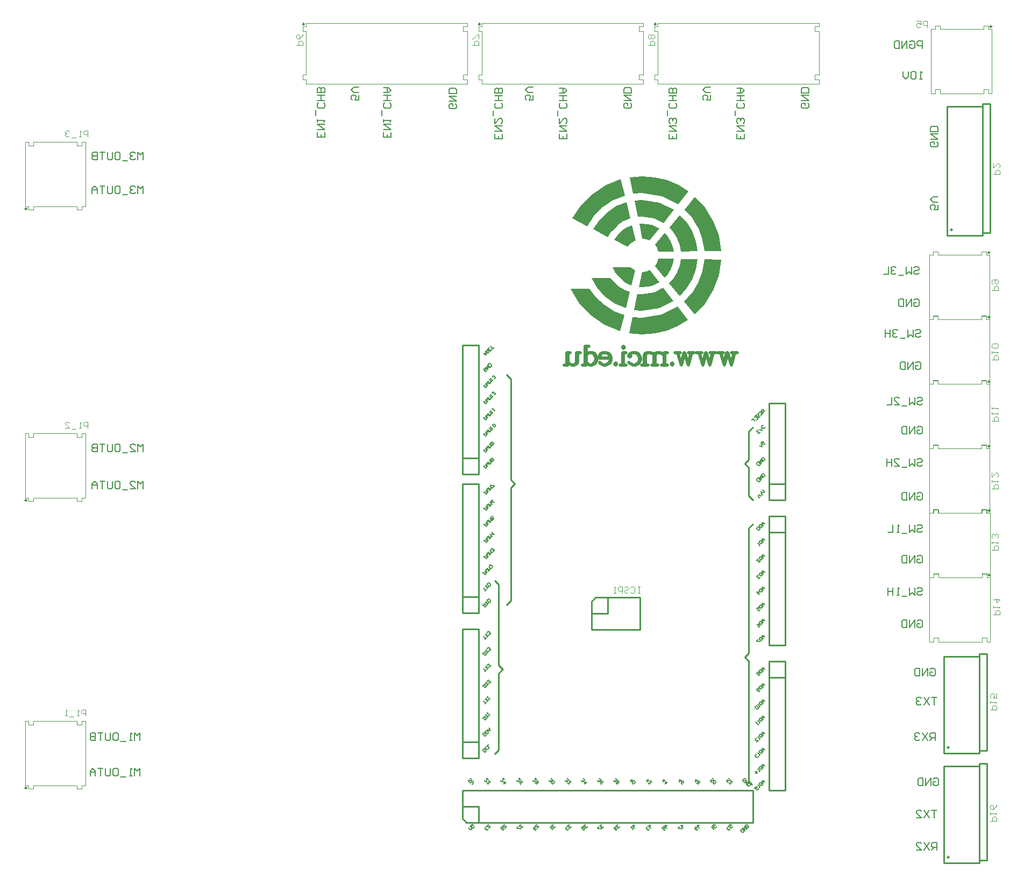
<source format=gbr>
%TF.GenerationSoftware,Altium Limited,Altium Designer,19.1.5 (86)*%
G04 Layer_Color=32896*
%FSLAX26Y26*%
%MOIN*%
%TF.FileFunction,Legend,Bot*%
%TF.Part,Single*%
G01*
G75*
%TA.AperFunction,NonConductor*%
%ADD46C,0.009842*%
%ADD47C,0.003937*%
%ADD48C,0.010000*%
%ADD49C,0.005984*%
%ADD50C,0.019167*%
%ADD51C,0.005000*%
G36*
X3939115Y3749986D02*
X3892403Y3727852D01*
X3834040Y3719114D01*
X3813963Y3720374D01*
X3833795Y3813304D01*
X3834152Y3813297D01*
X3834500Y3813358D01*
X3834843Y3813336D01*
X3860541Y3816715D01*
X3861106Y3816908D01*
X3861691Y3817023D01*
X3881552Y3825169D01*
X3939115Y3749986D01*
D02*
G37*
G36*
X4030459Y3894999D02*
X4024909Y3863960D01*
X4012272Y3830573D01*
X3994098Y3800355D01*
X3974296Y3777778D01*
X3914070Y3851579D01*
X3927455Y3871752D01*
X3927704Y3872358D01*
X3928018Y3872935D01*
X3935361Y3896562D01*
X4030459Y3894999D01*
D02*
G37*
G36*
X3791525Y3823581D02*
X3768523Y3730844D01*
X3731843Y3747702D01*
X3696335Y3775191D01*
X3667854Y3809877D01*
X3650834Y3844301D01*
X3760705Y3844956D01*
X3791525Y3823581D01*
D02*
G37*
G36*
X4028239Y3633640D02*
X3940161Y3589545D01*
X3834070Y3572886D01*
X3783377Y3576956D01*
X3804956Y3678115D01*
X3833922Y3676106D01*
X3834428Y3676171D01*
X3834936Y3676148D01*
X3905507Y3686877D01*
X3906149Y3687109D01*
X3906822Y3687282D01*
X3965466Y3715601D01*
X4028239Y3633640D01*
D02*
G37*
G36*
X4176965Y3892597D02*
X4166945Y3829062D01*
X4143436Y3765874D01*
X4108526Y3709246D01*
X4066994Y3664180D01*
X4001671Y3744247D01*
X4027723Y3773500D01*
X4027935Y3773862D01*
X4028227Y3774181D01*
X4050659Y3811234D01*
X4050804Y3811630D01*
X4051034Y3811999D01*
X4066495Y3853067D01*
X4066568Y3853508D01*
X4066724Y3853914D01*
X4073652Y3894293D01*
X4176965Y3892597D01*
D02*
G37*
G36*
X3661432Y3749108D02*
X3661724Y3748870D01*
X3661958Y3748567D01*
X3691090Y3723228D01*
X3691415Y3723041D01*
X3691695Y3722782D01*
X3724749Y3702356D01*
X3725106Y3702222D01*
X3725432Y3702009D01*
X3758074Y3688678D01*
X3733215Y3588409D01*
X3666479Y3616240D01*
X3604429Y3660356D01*
X3553657Y3716864D01*
X3519934Y3777194D01*
X3638179D01*
X3661432Y3749108D01*
D02*
G37*
G36*
X4323291Y3890183D02*
X4308990Y3794126D01*
X4274556Y3701127D01*
X4222934Y3618148D01*
X4159555Y3550757D01*
X4094291Y3630772D01*
X4142050Y3682261D01*
X4142286Y3682645D01*
X4142595Y3682976D01*
X4181806Y3746485D01*
X4181966Y3746916D01*
X4182204Y3747302D01*
X4208550Y3818218D01*
X4208625Y3818675D01*
X4208787Y3819120D01*
X4220075Y3891894D01*
X4323291Y3890183D01*
D02*
G37*
G36*
X4117494Y3517137D02*
X4057739Y3480450D01*
X3987910Y3451239D01*
X3913108Y3433006D01*
X3834252Y3426673D01*
X3752869Y3433778D01*
X3774414Y3534804D01*
X3833858Y3529870D01*
X3834408Y3529932D01*
X3834963Y3529910D01*
X3953341Y3548588D01*
X3954009Y3548834D01*
X3954703Y3549027D01*
X4054508Y3599379D01*
X4117494Y3517137D01*
D02*
G37*
G36*
X3547538Y3656890D02*
X3547856Y3656607D01*
X3548104Y3656271D01*
X3599569Y3609112D01*
X3599929Y3608894D01*
X3600242Y3608598D01*
X3659757Y3571402D01*
X3660161Y3571249D01*
X3660519Y3571019D01*
X3722852Y3546540D01*
X3698018Y3446368D01*
X3601837Y3485143D01*
X3513699Y3545906D01*
X3441000Y3624026D01*
X3390378Y3710085D01*
X3506743Y3710799D01*
X3547538Y3656890D01*
D02*
G37*
G36*
X3914297Y4400652D02*
X3990178Y4381851D01*
X4060869Y4351763D01*
X4121267Y4313950D01*
X4057388Y4232428D01*
X3956403Y4284232D01*
X3955710Y4284429D01*
X3955022Y4284683D01*
X3834971Y4303867D01*
X3834425Y4303846D01*
X3833880Y4303911D01*
X3777513Y4299499D01*
X3756681Y4400673D01*
X3834242Y4407150D01*
X3914297Y4400652D01*
D02*
G37*
G36*
X3941645Y4243819D02*
X4030729Y4198421D01*
X3967030Y4117166D01*
X3907743Y4146289D01*
X3907065Y4146471D01*
X3906404Y4146710D01*
X3834941Y4157665D01*
X3834437Y4157644D01*
X3833942Y4157709D01*
X3807041Y4155964D01*
X3786204Y4257272D01*
X3834058Y4260937D01*
X3941645Y4243819D01*
D02*
G37*
G36*
X3725895Y4288139D02*
X3655815Y4260433D01*
X3655414Y4260174D01*
X3654966Y4259991D01*
X3589558Y4216790D01*
X3589218Y4216453D01*
X3588830Y4216192D01*
X3533763Y4160825D01*
X3533499Y4160429D01*
X3533171Y4160094D01*
X3492592Y4097991D01*
X3401566Y4146688D01*
X3454704Y4227234D01*
X3526060Y4298173D01*
X3610729Y4353319D01*
X3701798Y4388520D01*
X3725895Y4288139D01*
D02*
G37*
G36*
X3760128Y4145708D02*
X3719669Y4128888D01*
X3719288Y4128632D01*
X3718858Y4128454D01*
X3679727Y4102068D01*
X3679408Y4101745D01*
X3679026Y4101488D01*
X3646015Y4068127D01*
X3645763Y4067746D01*
X3645439Y4067416D01*
X3621889Y4031614D01*
X3531239Y4079006D01*
X3567114Y4133698D01*
X3616331Y4183107D01*
X3674667Y4221745D01*
X3735986Y4246217D01*
X3760128Y4145708D01*
D02*
G37*
G36*
X3893081Y4105779D02*
X3940279Y4083077D01*
X3881834Y4008491D01*
X3861827Y4016800D01*
X3861232Y4016920D01*
X3860649Y4017116D01*
X3834915Y4020462D01*
X3815756Y4113616D01*
X3834031Y4114711D01*
X3893081Y4105779D01*
D02*
G37*
G36*
X3792477Y4011079D02*
X3765387Y3994201D01*
X3764788Y3993638D01*
X3764172Y3993101D01*
X3745040Y3968318D01*
X3661341Y4012232D01*
X3680010Y4040806D01*
X3707000Y4068369D01*
X3738878Y4090290D01*
X3770229Y4103683D01*
X3792477Y4011079D01*
D02*
G37*
G36*
X4224579Y4213561D02*
X4275325Y4131163D01*
X4309175Y4039000D01*
X4323249Y3943909D01*
X4220034Y3942453D01*
X4208866Y4014468D01*
X4208706Y4014905D01*
X4208633Y4015362D01*
X4182672Y4085584D01*
X4182434Y4085970D01*
X4182278Y4086395D01*
X4143725Y4149353D01*
X4143424Y4149680D01*
X4143190Y4150065D01*
X4096281Y4201217D01*
X4162292Y4280594D01*
X4224579Y4213561D01*
D02*
G37*
G36*
X4109520Y4123306D02*
X4143812Y4067183D01*
X4167018Y4004646D01*
X4176927Y3941822D01*
X4073569Y3940361D01*
X4066644Y3980224D01*
X4066490Y3980625D01*
X4066417Y3981063D01*
X4051148Y4021622D01*
X4050923Y4021983D01*
X4050780Y4022380D01*
X4028702Y4059006D01*
X4028417Y4059317D01*
X4028205Y4059682D01*
X4002622Y4088600D01*
X4068712Y4168067D01*
X4109520Y4123306D01*
D02*
G37*
G36*
X3994397Y4033077D02*
X4012305Y4003242D01*
X4024796Y3970283D01*
X4030336Y3939768D01*
X3935140Y3938377D01*
X3927817Y3961421D01*
X3927503Y3961991D01*
X3927254Y3962591D01*
X3914142Y3982189D01*
X3974985Y4055374D01*
X3994397Y4033077D01*
D02*
G37*
D46*
X5989921Y1935000D02*
G03*
X5989921Y1935000I-4921J0D01*
G01*
Y2335000D02*
G03*
X5989921Y2335000I-4921J0D01*
G01*
X5988252Y2734630D02*
G03*
X5988252Y2734630I-4921J0D01*
G01*
Y3134630D02*
G03*
X5988252Y3134630I-4921J0D01*
G01*
Y3534630D02*
G03*
X5988252Y3534630I-4921J0D01*
G01*
Y3934630D02*
G03*
X5988252Y3934630I-4921J0D01*
G01*
X5999921Y5335000D02*
G03*
X5999921Y5335000I-4921J0D01*
G01*
X5756181Y4076024D02*
G03*
X5756181Y4076024I-4921J0D01*
G01*
X5736181Y186024D02*
G03*
X5736181Y186024I-4921J0D01*
G01*
X3919921Y5350000D02*
G03*
X3919921Y5350000I-4921J0D01*
G01*
X5736181Y866024D02*
G03*
X5736181Y866024I-4921J0D01*
G01*
X1739921Y5350000D02*
G03*
X1739921Y5350000I-4921J0D01*
G01*
X2829921D02*
G03*
X2829921Y5350000I-4921J0D01*
G01*
X19921Y2398465D02*
G03*
X19921Y2398465I-4921J0D01*
G01*
X19921Y4205000D02*
G03*
X19921Y4205000I-4921J0D01*
G01*
X19921Y615000D02*
G03*
X19921Y615000I-4921J0D01*
G01*
D47*
X5615000Y1520000D02*
X5640000D01*
Y1545000D01*
X5670000D01*
Y1520000D02*
Y1545000D01*
Y1520000D02*
X5940000D01*
Y1545000D01*
X5970000D01*
Y1520000D02*
Y1545000D01*
Y1520000D02*
X5990000D01*
X5970000Y1920000D02*
X5990000D01*
X5970000D02*
Y1940000D01*
X5940000D02*
X5970000D01*
X5940000Y1920000D02*
Y1940000D01*
X5670000Y1920000D02*
X5940000D01*
X5670000D02*
Y1940000D01*
X5640000D02*
X5670000D01*
X5640000Y1920000D02*
Y1940000D01*
X5615000Y1920000D02*
X5640000D01*
X5615000Y1520000D02*
Y1920000D01*
X5990000Y1520000D02*
Y1920000D01*
X5615000D02*
X5640000D01*
Y1945000D01*
X5670000D01*
Y1920000D02*
Y1945000D01*
Y1920000D02*
X5940000D01*
Y1945000D01*
X5970000D01*
Y1920000D02*
Y1945000D01*
Y1920000D02*
X5990000D01*
X5970000Y2320000D02*
X5990000D01*
X5970000D02*
Y2340000D01*
X5940000D02*
X5970000D01*
X5940000Y2320000D02*
Y2340000D01*
X5670000Y2320000D02*
X5940000D01*
X5670000D02*
Y2340000D01*
X5640000D02*
X5670000D01*
X5640000Y2320000D02*
Y2340000D01*
X5615000Y2320000D02*
X5640000D01*
X5615000Y1920000D02*
Y2320000D01*
X5990000Y1920000D02*
Y2320000D01*
X5613331Y2319630D02*
X5638331D01*
Y2344630D01*
X5668331D01*
Y2319630D02*
Y2344630D01*
Y2319630D02*
X5938331D01*
Y2344630D01*
X5968331D01*
Y2319630D02*
Y2344630D01*
Y2319630D02*
X5988331D01*
X5968331Y2719630D02*
X5988331D01*
X5968331D02*
Y2739630D01*
X5938331D02*
X5968331D01*
X5938331Y2719630D02*
Y2739630D01*
X5668331Y2719630D02*
X5938331D01*
X5668331D02*
Y2739630D01*
X5638331D02*
X5668331D01*
X5638331Y2719630D02*
Y2739630D01*
X5613331Y2719630D02*
X5638331D01*
X5613331Y2319630D02*
Y2719630D01*
X5988331Y2319630D02*
Y2719630D01*
X5613331D02*
X5638331D01*
Y2744630D01*
X5668331D01*
Y2719630D02*
Y2744630D01*
Y2719630D02*
X5938331D01*
Y2744630D01*
X5968331D01*
Y2719630D02*
Y2744630D01*
Y2719630D02*
X5988331D01*
X5968331Y3119630D02*
X5988331D01*
X5968331D02*
Y3139630D01*
X5938331D02*
X5968331D01*
X5938331Y3119630D02*
Y3139630D01*
X5668331Y3119630D02*
X5938331D01*
X5668331D02*
Y3139630D01*
X5638331D02*
X5668331D01*
X5638331Y3119630D02*
Y3139630D01*
X5613331Y3119630D02*
X5638331D01*
X5613331Y2719630D02*
Y3119630D01*
X5988331Y2719630D02*
Y3119630D01*
X5613331D02*
X5638331D01*
Y3144630D01*
X5668331D01*
Y3119630D02*
Y3144630D01*
Y3119630D02*
X5938331D01*
Y3144630D01*
X5968331D01*
Y3119630D02*
Y3144630D01*
Y3119630D02*
X5988331D01*
X5968331Y3519630D02*
X5988331D01*
X5968331D02*
Y3539630D01*
X5938331D02*
X5968331D01*
X5938331Y3519630D02*
Y3539630D01*
X5668331Y3519630D02*
X5938331D01*
X5668331D02*
Y3539630D01*
X5638331D02*
X5668331D01*
X5638331Y3519630D02*
Y3539630D01*
X5613331Y3519630D02*
X5638331D01*
X5613331Y3119630D02*
Y3519630D01*
X5988331Y3119630D02*
Y3519630D01*
X5613331D02*
X5638331D01*
Y3544630D01*
X5668331D01*
Y3519630D02*
Y3544630D01*
Y3519630D02*
X5938331D01*
Y3544630D01*
X5968331D01*
Y3519630D02*
Y3544630D01*
Y3519630D02*
X5988331D01*
X5968331Y3919630D02*
X5988331D01*
X5968331D02*
Y3939630D01*
X5938331D02*
X5968331D01*
X5938331Y3919630D02*
Y3939630D01*
X5668331Y3919630D02*
X5938331D01*
X5668331D02*
Y3939630D01*
X5638331D02*
X5668331D01*
X5638331Y3919630D02*
Y3939630D01*
X5613331Y3919630D02*
X5638331D01*
X5613331Y3519630D02*
Y3919630D01*
X5988331Y3519630D02*
Y3919630D01*
X6000000Y4920000D02*
Y5320000D01*
X5625000Y4920000D02*
Y5320000D01*
X5650000D01*
Y5340000D01*
X5680000D01*
Y5320000D02*
Y5340000D01*
Y5320000D02*
X5950000D01*
Y5340000D01*
X5980000D01*
Y5320000D02*
Y5340000D01*
Y5320000D02*
X6000000D01*
X5980000Y4920000D02*
X6000000D01*
X5980000D02*
Y4945000D01*
X5950000D02*
X5980000D01*
X5950000Y4920000D02*
Y4945000D01*
X5680000Y4920000D02*
X5950000D01*
X5680000D02*
Y4945000D01*
X5650000D02*
X5680000D01*
X5650000Y4920000D02*
Y4945000D01*
X5625000Y4920000D02*
X5650000D01*
X3930000Y5355000D02*
X4930000D01*
X3930000Y4980000D02*
X4930000D01*
X3930000D02*
Y5005000D01*
X3910000D02*
X3930000D01*
X3910000D02*
Y5035000D01*
X3930000D01*
Y5305000D01*
X3910000D02*
X3930000D01*
X3910000D02*
Y5335000D01*
X3930000D01*
Y5355000D01*
X4930000Y5335000D02*
Y5355000D01*
X4905000Y5335000D02*
X4930000D01*
X4905000Y5305000D02*
Y5335000D01*
Y5305000D02*
X4930000D01*
Y5035000D02*
Y5305000D01*
X4905000Y5035000D02*
X4930000D01*
X4905000Y5005000D02*
Y5035000D01*
Y5005000D02*
X4930000D01*
Y4980000D02*
Y5005000D01*
X1750000Y5355000D02*
X2750000D01*
X1750000Y4980000D02*
X2750000D01*
X1750000D02*
Y5005000D01*
X1730000D02*
X1750000D01*
X1730000D02*
Y5035000D01*
X1750000D01*
Y5305000D01*
X1730000D02*
X1750000D01*
X1730000D02*
Y5335000D01*
X1750000D01*
Y5355000D01*
X2750000Y5335000D02*
Y5355000D01*
X2725000Y5335000D02*
X2750000D01*
X2725000Y5305000D02*
Y5335000D01*
Y5305000D02*
X2750000D01*
Y5035000D02*
Y5305000D01*
X2725000Y5035000D02*
X2750000D01*
X2725000Y5005000D02*
Y5035000D01*
Y5005000D02*
X2750000D01*
Y4980000D02*
Y5005000D01*
X2840000Y5355000D02*
X3840000D01*
X2840000Y4980000D02*
X3840000D01*
X2840000D02*
Y5005000D01*
X2820000D02*
X2840000D01*
X2820000D02*
Y5035000D01*
X2840000D01*
Y5305000D01*
X2820000D02*
X2840000D01*
X2820000D02*
Y5335000D01*
X2840000D01*
Y5355000D01*
X3840000Y5335000D02*
Y5355000D01*
X3815000Y5335000D02*
X3840000D01*
X3815000Y5305000D02*
Y5335000D01*
Y5305000D02*
X3840000D01*
Y5035000D02*
Y5305000D01*
X3815000Y5035000D02*
X3840000D01*
X3815000Y5005000D02*
Y5035000D01*
Y5005000D02*
X3840000D01*
Y4980000D02*
Y5005000D01*
X360000Y2813465D02*
X385000D01*
X360000Y2788465D02*
Y2813465D01*
X330000Y2788465D02*
X360000D01*
X330000D02*
Y2813465D01*
X60000D02*
X330000D01*
X60000Y2788465D02*
Y2813465D01*
X30000Y2788465D02*
X60000D01*
X30000D02*
Y2813465D01*
X10000D02*
X30000D01*
X10000Y2413465D02*
X30000D01*
Y2393465D02*
Y2413465D01*
Y2393465D02*
X60000D01*
Y2413465D01*
X330000D01*
Y2393465D02*
Y2413465D01*
Y2393465D02*
X360000D01*
Y2413465D01*
X385000D01*
Y2813465D01*
X10000Y2413465D02*
Y2813465D01*
X360000Y4620000D02*
X385000D01*
X360000Y4595000D02*
Y4620000D01*
X330000Y4595000D02*
X360000D01*
X330000D02*
Y4620000D01*
X60000D02*
X330000D01*
X60000Y4595000D02*
Y4620000D01*
X30000Y4595000D02*
X60000D01*
X30000D02*
Y4620000D01*
X10000D02*
X30000D01*
X10000Y4220000D02*
X30000D01*
Y4200000D02*
Y4220000D01*
Y4200000D02*
X60000D01*
Y4220000D01*
X330000D01*
Y4200000D02*
Y4220000D01*
Y4200000D02*
X360000D01*
Y4220000D01*
X385000D01*
Y4620000D01*
X10000Y4220000D02*
Y4620000D01*
X10000Y630000D02*
Y1030000D01*
X385000Y630000D02*
Y1030000D01*
X360000Y630000D02*
X385000D01*
X360000Y610000D02*
Y630000D01*
X330000Y610000D02*
X360000D01*
X330000D02*
Y630000D01*
X60000D02*
X330000D01*
X60000Y610000D02*
Y630000D01*
X30000Y610000D02*
X60000D01*
X30000D02*
Y630000D01*
X10000D02*
X30000D01*
X10000Y1030000D02*
X30000D01*
Y1005000D02*
Y1030000D01*
Y1005000D02*
X60000D01*
Y1030000D01*
X330000D01*
Y1005000D02*
Y1030000D01*
Y1005000D02*
X360000D01*
Y1030000D01*
X385000D01*
X5990000Y410000D02*
X6029357D01*
Y429679D01*
X6022798Y436238D01*
X6009679D01*
X6003119Y429679D01*
Y410000D01*
X5990000Y449357D02*
Y462476D01*
Y455917D01*
X6029357D01*
X6022798Y449357D01*
X6029357Y508393D02*
X6022798Y495274D01*
X6009679Y482155D01*
X5996560D01*
X5990000Y488715D01*
Y501834D01*
X5996560Y508393D01*
X6003119D01*
X6009679Y501834D01*
Y482155D01*
X3870000Y5220000D02*
X3909357D01*
Y5239679D01*
X3902798Y5246238D01*
X3889679D01*
X3883119Y5239679D01*
Y5220000D01*
X3902798Y5259357D02*
X3909357Y5265917D01*
Y5279036D01*
X3902798Y5285596D01*
X3896238D01*
X3889679Y5279036D01*
X3883119Y5285596D01*
X3876560D01*
X3870000Y5279036D01*
Y5265917D01*
X3876560Y5259357D01*
X3883119D01*
X3889679Y5265917D01*
X3896238Y5259357D01*
X3902798D01*
X3889679Y5265917D02*
Y5279036D01*
X396119Y2845465D02*
Y2884822D01*
X376440D01*
X369881Y2878262D01*
Y2865143D01*
X376440Y2858584D01*
X396119D01*
X356762Y2845465D02*
X343643D01*
X350202D01*
Y2884822D01*
X356762Y2878262D01*
X323964Y2838905D02*
X297726D01*
X258368Y2845465D02*
X284606D01*
X258368Y2871703D01*
Y2878262D01*
X264928Y2884822D01*
X278047D01*
X284606Y2878262D01*
X396119Y4652000D02*
Y4691357D01*
X376440D01*
X369881Y4684798D01*
Y4671679D01*
X376440Y4665119D01*
X396119D01*
X356762Y4652000D02*
X343643D01*
X350202D01*
Y4691357D01*
X356762Y4684798D01*
X323964Y4645440D02*
X297726D01*
X284607Y4684798D02*
X278047Y4691357D01*
X264928D01*
X258368Y4684798D01*
Y4678238D01*
X264928Y4671679D01*
X271488D01*
X264928D01*
X258368Y4665119D01*
Y4658560D01*
X264928Y4652000D01*
X278047D01*
X284607Y4658560D01*
X2780000Y5220000D02*
X2819357D01*
Y5239679D01*
X2812798Y5246238D01*
X2799679D01*
X2793119Y5239679D01*
Y5220000D01*
X2819357Y5259357D02*
Y5285596D01*
X2812798D01*
X2786560Y5259357D01*
X2780000D01*
X6000000Y3700000D02*
X6039357D01*
Y3719679D01*
X6032798Y3726238D01*
X6019679D01*
X6013119Y3719679D01*
Y3700000D01*
X6006560Y3739357D02*
X6000000Y3745917D01*
Y3759036D01*
X6006560Y3765596D01*
X6032798D01*
X6039357Y3759036D01*
Y3745917D01*
X6032798Y3739357D01*
X6026238D01*
X6019679Y3745917D01*
Y3765596D01*
X6000000Y3270000D02*
X6039357D01*
Y3289679D01*
X6032798Y3296238D01*
X6019679D01*
X6013119Y3289679D01*
Y3270000D01*
X6000000Y3309357D02*
Y3322477D01*
Y3315917D01*
X6039357D01*
X6032798Y3309357D01*
Y3342155D02*
X6039357Y3348715D01*
Y3361834D01*
X6032798Y3368393D01*
X6006560D01*
X6000000Y3361834D01*
Y3348715D01*
X6006560Y3342155D01*
X6032798D01*
X6000000Y2890000D02*
X6039357D01*
Y2909679D01*
X6032798Y2916238D01*
X6019679D01*
X6013119Y2909679D01*
Y2890000D01*
X6000000Y2929357D02*
Y2942477D01*
Y2935917D01*
X6039357D01*
X6032798Y2929357D01*
X6000000Y2962155D02*
Y2975274D01*
Y2968715D01*
X6039357D01*
X6032798Y2962155D01*
X6010000Y1690000D02*
X6049357D01*
Y1709679D01*
X6042798Y1716238D01*
X6029679D01*
X6023119Y1709679D01*
Y1690000D01*
X6010000Y1729357D02*
Y1742476D01*
Y1735917D01*
X6049357D01*
X6042798Y1729357D01*
X6010000Y1781834D02*
X6049357D01*
X6029679Y1762155D01*
Y1788393D01*
X6000000Y2090000D02*
X6039357D01*
Y2109679D01*
X6032798Y2116238D01*
X6019679D01*
X6013119Y2109679D01*
Y2090000D01*
X6000000Y2129357D02*
Y2142477D01*
Y2135917D01*
X6039357D01*
X6032798Y2129357D01*
Y2162155D02*
X6039357Y2168715D01*
Y2181834D01*
X6032798Y2188393D01*
X6026238D01*
X6019679Y2181834D01*
Y2175274D01*
Y2181834D01*
X6013119Y2188393D01*
X6006560D01*
X6000000Y2181834D01*
Y2168715D01*
X6006560Y2162155D01*
X6000000Y2470000D02*
X6039357D01*
Y2489679D01*
X6032798Y2496238D01*
X6019679D01*
X6013119Y2489679D01*
Y2470000D01*
X6000000Y2509357D02*
Y2522477D01*
Y2515917D01*
X6039357D01*
X6032798Y2509357D01*
X6000000Y2568393D02*
Y2542155D01*
X6026238Y2568393D01*
X6032798D01*
X6039357Y2561834D01*
Y2548715D01*
X6032798Y2542155D01*
X5990000Y1100000D02*
X6029357D01*
Y1119679D01*
X6022798Y1126238D01*
X6009679D01*
X6003119Y1119679D01*
Y1100000D01*
X5990000Y1139357D02*
Y1152476D01*
Y1145917D01*
X6029357D01*
X6022798Y1139357D01*
X6029357Y1198393D02*
Y1172155D01*
X6009679D01*
X6016238Y1185274D01*
Y1191834D01*
X6009679Y1198393D01*
X5996560D01*
X5990000Y1191834D01*
Y1178715D01*
X5996560Y1172155D01*
X1690000Y5220000D02*
X1729357D01*
Y5239679D01*
X1722798Y5246238D01*
X1709679D01*
X1703119Y5239679D01*
Y5220000D01*
X1729357Y5285596D02*
X1722798Y5272476D01*
X1709679Y5259357D01*
X1696560D01*
X1690000Y5265917D01*
Y5279036D01*
X1696560Y5285596D01*
X1703119D01*
X1709679Y5279036D01*
Y5259357D01*
X3821000Y1863357D02*
X3807881D01*
X3814440D01*
Y1824000D01*
X3821000D01*
X3807881D01*
X3761964Y1856798D02*
X3768523Y1863357D01*
X3781643D01*
X3788202Y1856798D01*
Y1830560D01*
X3781643Y1824000D01*
X3768523D01*
X3761964Y1830560D01*
X3722607Y1856798D02*
X3729166Y1863357D01*
X3742285D01*
X3748845Y1856798D01*
Y1850238D01*
X3742285Y1843679D01*
X3729166D01*
X3722607Y1837119D01*
Y1830560D01*
X3729166Y1824000D01*
X3742285D01*
X3748845Y1830560D01*
X3709487Y1824000D02*
Y1863357D01*
X3689809D01*
X3683249Y1856798D01*
Y1843679D01*
X3689809Y1837119D01*
X3709487D01*
X3670130Y1824000D02*
X3657011D01*
X3663570D01*
Y1863357D01*
X3670130Y1856798D01*
X5600000Y5330000D02*
Y5369357D01*
X5580321D01*
X5573762Y5362798D01*
Y5349679D01*
X5580321Y5343119D01*
X5600000D01*
X5534404Y5369357D02*
X5560643D01*
Y5349679D01*
X5547524Y5356238D01*
X5540964D01*
X5534404Y5349679D01*
Y5336560D01*
X5540964Y5330000D01*
X5554083D01*
X5560643Y5336560D01*
X6010000Y4420000D02*
X6049357D01*
Y4439679D01*
X6042798Y4446238D01*
X6029679D01*
X6023119Y4439679D01*
Y4420000D01*
X6010000Y4485596D02*
Y4459357D01*
X6036238Y4485596D01*
X6042798D01*
X6049357Y4479036D01*
Y4465917D01*
X6042798Y4459357D01*
X383000Y1062000D02*
Y1101357D01*
X363321D01*
X356762Y1094798D01*
Y1081679D01*
X363321Y1075119D01*
X383000D01*
X343643Y1062000D02*
X330524D01*
X337083D01*
Y1101357D01*
X343643Y1094798D01*
X310845Y1055440D02*
X284607D01*
X271488Y1062000D02*
X258368D01*
X264928D01*
Y1101357D01*
X271488Y1094798D01*
D48*
X5945500Y4857370D02*
X5990500D01*
Y4058370D02*
Y4857370D01*
X5724500Y4840000D02*
X5943669D01*
X5724500Y4041539D02*
Y4840000D01*
X5945500Y4056370D02*
X5990669D01*
X5945500Y4039000D02*
Y4857370D01*
X5724500Y4039000D02*
X5945500D01*
X5704500Y149000D02*
X5925500D01*
Y767740D01*
Y166370D02*
X5970669D01*
X5704500Y151539D02*
Y750370D01*
X5923669D01*
X5970500Y168370D02*
Y767740D01*
X5925500D02*
X5970500D01*
X5704500Y829000D02*
X5925500D01*
Y1447740D01*
Y846370D02*
X5970669D01*
X5704500Y831539D02*
Y1430370D01*
X5923669D01*
X5970500Y848370D02*
Y1447740D01*
X5925500D02*
X5970500D01*
X4495000Y1450000D02*
Y2225000D01*
X2945000Y1375000D02*
Y1875000D01*
X3020000Y2525000D02*
Y3150000D01*
Y1775000D02*
Y2475000D01*
X4495000Y657071D02*
Y1400000D01*
X2945000Y850000D02*
Y1325000D01*
X4495000Y657071D02*
X4514771Y637300D01*
X2945000Y1375000D02*
X2970000Y1350000D01*
X4470000Y1425000D02*
X4495000Y1450000D01*
Y2225000D02*
X4520000Y2250000D01*
X4495000Y2425000D02*
Y2600000D01*
Y2425000D02*
X4520000Y2400000D01*
X4470000Y2625000D02*
X4495000Y2650000D01*
Y2825000D01*
X2995000Y1750000D02*
X3020000Y1775000D01*
Y2475000D02*
X3045000Y2500000D01*
X2945000Y1325000D02*
X2970000Y1350000D01*
X4470000Y1425000D02*
X4495000Y1400000D01*
X4470000Y2625000D02*
X4495000Y2600000D01*
Y2825000D02*
X4520000Y2850000D01*
X2920000Y825000D02*
X2945000Y850000D01*
X2920000Y1900000D02*
X2945000Y1875000D01*
X3020000Y2525000D02*
X3045000Y2500000D01*
X2995000Y3175000D02*
X3020000Y3150000D01*
X2745000Y400000D02*
X4520000D01*
X2720000Y425000D02*
X2745000Y400000D01*
X2720000Y425000D02*
Y600000D01*
Y500000D02*
X2820000D01*
Y400000D02*
Y500000D01*
X2720000Y600000D02*
X4520000D01*
Y400000D02*
Y600000D01*
X4620000Y1300000D02*
X4720000D01*
Y600000D02*
Y1400000D01*
X4620000Y600000D02*
X4720000D01*
X4620000D02*
Y1400000D01*
X4720000D01*
X2720000Y900000D02*
X2820000D01*
X2720000Y800000D02*
Y1600000D01*
X2820000D01*
Y800000D02*
Y1600000D01*
X2720000Y800000D02*
X2820000D01*
X3520000Y1595000D02*
Y1770000D01*
X3545000Y1795000D01*
X3820000D01*
X3520000Y1695000D02*
X3620000D01*
Y1795000D01*
X3520000Y1595000D02*
X3820000D01*
Y1795000D01*
X4620000Y2200000D02*
X4720000D01*
Y1500000D02*
Y2300000D01*
X4620000Y1500000D02*
X4720000D01*
X4620000D02*
Y2300000D01*
X4720000D01*
X2720000Y1800000D02*
X2820000D01*
X2720000Y1700000D02*
Y2500000D01*
X2820000D01*
Y1700000D02*
Y2500000D01*
X2720000Y1700000D02*
X2820000D01*
X4670000Y2400000D02*
X4720000D01*
Y2500000D01*
X4620000D02*
Y3000000D01*
X4720000D01*
Y2500000D02*
Y3000000D01*
X4620000Y2500000D02*
X4720000D01*
X4620000Y2400000D02*
Y2500000D01*
Y2400000D02*
X4670000D01*
X2720000Y2660000D02*
X2820000D01*
X2720000Y2560000D02*
Y3360000D01*
X2820000D01*
Y2560000D02*
Y3360000D01*
X2720000Y2560000D02*
X2820000D01*
D49*
X2675342Y4857470D02*
X2683213Y4849599D01*
Y4833856D01*
X2675342Y4825984D01*
X2643856D01*
X2635984Y4833856D01*
Y4849599D01*
X2643856Y4857470D01*
X2659599D01*
Y4841727D01*
X2635984Y4873213D02*
X2683213D01*
X2635984Y4904699D01*
X2683213D01*
Y4920442D02*
X2635984D01*
Y4944056D01*
X2643856Y4951928D01*
X2675342D01*
X2683213Y4944056D01*
Y4920442D01*
X740000Y4300000D02*
Y4347229D01*
X724257Y4331486D01*
X708514Y4347229D01*
Y4300000D01*
X692771Y4339357D02*
X684900Y4347229D01*
X669157D01*
X661285Y4339357D01*
Y4331486D01*
X669157Y4323614D01*
X677028D01*
X669157D01*
X661285Y4315743D01*
Y4307872D01*
X669157Y4300000D01*
X684900D01*
X692771Y4307872D01*
X645542Y4292128D02*
X614057D01*
X574699Y4347229D02*
X590442D01*
X598314Y4339357D01*
Y4307872D01*
X590442Y4300000D01*
X574699D01*
X566828Y4307872D01*
Y4339357D01*
X574699Y4347229D01*
X551085D02*
Y4307872D01*
X543213Y4300000D01*
X527470D01*
X519599Y4307872D01*
Y4347229D01*
X503856D02*
X472370D01*
X488113D01*
Y4300000D01*
X456627D02*
Y4331486D01*
X440884Y4347229D01*
X425141Y4331486D01*
Y4300000D01*
Y4323614D01*
X456627D01*
X740000Y4510000D02*
Y4557229D01*
X724257Y4541486D01*
X708514Y4557229D01*
Y4510000D01*
X692771Y4549357D02*
X684900Y4557229D01*
X669157D01*
X661285Y4549357D01*
Y4541486D01*
X669157Y4533614D01*
X677028D01*
X669157D01*
X661285Y4525743D01*
Y4517872D01*
X669157Y4510000D01*
X684900D01*
X692771Y4517872D01*
X645542Y4502128D02*
X614057D01*
X574699Y4557229D02*
X590442D01*
X598314Y4549357D01*
Y4517872D01*
X590442Y4510000D01*
X574699D01*
X566828Y4517872D01*
Y4549357D01*
X574699Y4557229D01*
X551085D02*
Y4517872D01*
X543213Y4510000D01*
X527470D01*
X519599Y4517872D01*
Y4557229D01*
X503856D02*
X472370D01*
X488113D01*
Y4510000D01*
X456627Y4557229D02*
Y4510000D01*
X433013D01*
X425141Y4517872D01*
Y4525743D01*
X433013Y4533614D01*
X456627D01*
X433013D01*
X425141Y4541486D01*
Y4549357D01*
X433013Y4557229D01*
X456627D01*
X740000Y2470000D02*
Y2517229D01*
X724257Y2501486D01*
X708514Y2517229D01*
Y2470000D01*
X661285D02*
X692771D01*
X661285Y2501486D01*
Y2509357D01*
X669157Y2517229D01*
X684900D01*
X692771Y2509357D01*
X645542Y2462128D02*
X614057D01*
X574699Y2517229D02*
X590442D01*
X598314Y2509357D01*
Y2477872D01*
X590442Y2470000D01*
X574699D01*
X566828Y2477872D01*
Y2509357D01*
X574699Y2517229D01*
X551085D02*
Y2477872D01*
X543213Y2470000D01*
X527470D01*
X519599Y2477872D01*
Y2517229D01*
X503856D02*
X472370D01*
X488113D01*
Y2470000D01*
X456627D02*
Y2501486D01*
X440884Y2517229D01*
X425141Y2501486D01*
Y2470000D01*
Y2493614D01*
X456627D01*
X740000Y2700000D02*
Y2747229D01*
X724257Y2731486D01*
X708514Y2747229D01*
Y2700000D01*
X661285D02*
X692771D01*
X661285Y2731486D01*
Y2739357D01*
X669157Y2747229D01*
X684900D01*
X692771Y2739357D01*
X645542Y2692128D02*
X614057D01*
X574699Y2747229D02*
X590442D01*
X598314Y2739357D01*
Y2707872D01*
X590442Y2700000D01*
X574699D01*
X566828Y2707872D01*
Y2739357D01*
X574699Y2747229D01*
X551085D02*
Y2707872D01*
X543213Y2700000D01*
X527470D01*
X519599Y2707872D01*
Y2747229D01*
X503856D02*
X472370D01*
X488113D01*
Y2700000D01*
X456627Y2747229D02*
Y2700000D01*
X433013D01*
X425141Y2707872D01*
Y2715743D01*
X433013Y2723614D01*
X456627D01*
X433013D01*
X425141Y2731486D01*
Y2739357D01*
X433013Y2747229D01*
X456627D01*
X720000Y690000D02*
Y737229D01*
X704257Y721486D01*
X688514Y737229D01*
Y690000D01*
X672771D02*
X657028D01*
X664900D01*
Y737229D01*
X672771Y729357D01*
X633414Y682129D02*
X601928D01*
X562571Y737229D02*
X578313D01*
X586185Y729357D01*
Y697871D01*
X578313Y690000D01*
X562571D01*
X554699Y697871D01*
Y729357D01*
X562571Y737229D01*
X538956D02*
Y697871D01*
X531085Y690000D01*
X515342D01*
X507470Y697871D01*
Y737229D01*
X491727D02*
X460241D01*
X475985D01*
Y690000D01*
X444499D02*
Y721486D01*
X428756Y737229D01*
X413013Y721486D01*
Y690000D01*
Y713614D01*
X444499D01*
X720000Y910000D02*
Y957229D01*
X704257Y941486D01*
X688514Y957229D01*
Y910000D01*
X672771D02*
X657028D01*
X664900D01*
Y957229D01*
X672771Y949357D01*
X633414Y902129D02*
X601928D01*
X562571Y957229D02*
X578313D01*
X586185Y949357D01*
Y917871D01*
X578313Y910000D01*
X562571D01*
X554699Y917871D01*
Y949357D01*
X562571Y957229D01*
X538956D02*
Y917871D01*
X531085Y910000D01*
X515342D01*
X507470Y917871D01*
Y957229D01*
X491727D02*
X460241D01*
X475985D01*
Y910000D01*
X444499Y957229D02*
Y910000D01*
X420884D01*
X413013Y917871D01*
Y925743D01*
X420884Y933614D01*
X444499D01*
X420884D01*
X413013Y941486D01*
Y949357D01*
X420884Y957229D01*
X444499D01*
X5660000Y230000D02*
Y277229D01*
X5636386D01*
X5628514Y269357D01*
Y253614D01*
X5636386Y245743D01*
X5660000D01*
X5644257D02*
X5628514Y230000D01*
X5612771Y277229D02*
X5581285Y230000D01*
Y277229D02*
X5612771Y230000D01*
X5534056D02*
X5565542D01*
X5534056Y261486D01*
Y269357D01*
X5541928Y277229D01*
X5557671D01*
X5565542Y269357D01*
X5660000Y477229D02*
X5628514D01*
X5644257D01*
Y430000D01*
X5612771Y477229D02*
X5581285Y430000D01*
Y477229D02*
X5612771Y430000D01*
X5534056D02*
X5565542D01*
X5534056Y461486D01*
Y469357D01*
X5541928Y477229D01*
X5557671D01*
X5565542Y469357D01*
X5638514Y669357D02*
X5646386Y677229D01*
X5662128D01*
X5670000Y669357D01*
Y637871D01*
X5662128Y630000D01*
X5646386D01*
X5638514Y637871D01*
Y653614D01*
X5654257D01*
X5622771Y630000D02*
Y677229D01*
X5591285Y630000D01*
Y677229D01*
X5575542D02*
Y630000D01*
X5551928D01*
X5544056Y637871D01*
Y669357D01*
X5551928Y677229D01*
X5575542D01*
X5650000Y910000D02*
Y957229D01*
X5626386D01*
X5618514Y949357D01*
Y933614D01*
X5626386Y925743D01*
X5650000D01*
X5634257D02*
X5618514Y910000D01*
X5602771Y957229D02*
X5571285Y910000D01*
Y957229D02*
X5602771Y910000D01*
X5555542Y949357D02*
X5547671Y957229D01*
X5531928D01*
X5524056Y949357D01*
Y941486D01*
X5531928Y933614D01*
X5539800D01*
X5531928D01*
X5524056Y925743D01*
Y917871D01*
X5531928Y910000D01*
X5547671D01*
X5555542Y917871D01*
X5660000Y1177229D02*
X5628514D01*
X5644257D01*
Y1130000D01*
X5612771Y1177229D02*
X5581285Y1130000D01*
Y1177229D02*
X5612771Y1130000D01*
X5565542Y1169357D02*
X5557671Y1177229D01*
X5541928D01*
X5534056Y1169357D01*
Y1161486D01*
X5541928Y1153614D01*
X5549800D01*
X5541928D01*
X5534056Y1145743D01*
Y1137871D01*
X5541928Y1130000D01*
X5557671D01*
X5565542Y1137871D01*
X5618514Y1349357D02*
X5626386Y1357229D01*
X5642128D01*
X5650000Y1349357D01*
Y1317871D01*
X5642128Y1310000D01*
X5626386D01*
X5618514Y1317871D01*
Y1333614D01*
X5634257D01*
X5602771Y1310000D02*
Y1357229D01*
X5571285Y1310000D01*
Y1357229D01*
X5555542D02*
Y1310000D01*
X5531928D01*
X5524056Y1317871D01*
Y1349357D01*
X5531928Y1357229D01*
X5555542D01*
X5538514Y1649357D02*
X5546386Y1657229D01*
X5562128D01*
X5570000Y1649357D01*
Y1617871D01*
X5562128Y1610000D01*
X5546386D01*
X5538514Y1617871D01*
Y1633614D01*
X5554257D01*
X5522771Y1610000D02*
Y1657229D01*
X5491285Y1610000D01*
Y1657229D01*
X5475542D02*
Y1610000D01*
X5451928D01*
X5444056Y1617871D01*
Y1649357D01*
X5451928Y1657229D01*
X5475542D01*
X5538514Y1849357D02*
X5546386Y1857229D01*
X5562128D01*
X5570000Y1849357D01*
Y1841486D01*
X5562128Y1833614D01*
X5546386D01*
X5538514Y1825743D01*
Y1817871D01*
X5546386Y1810000D01*
X5562128D01*
X5570000Y1817871D01*
X5522771Y1857229D02*
Y1810000D01*
X5507028Y1825743D01*
X5491285Y1810000D01*
Y1857229D01*
X5475542Y1802129D02*
X5444056D01*
X5428314Y1810000D02*
X5412571D01*
X5420442D01*
Y1857229D01*
X5428314Y1849357D01*
X5388956Y1857229D02*
Y1810000D01*
Y1833614D01*
X5357470D01*
Y1857229D01*
Y1810000D01*
X5538514Y2049357D02*
X5546386Y2057229D01*
X5562128D01*
X5570000Y2049357D01*
Y2017871D01*
X5562128Y2010000D01*
X5546386D01*
X5538514Y2017871D01*
Y2033614D01*
X5554257D01*
X5522771Y2010000D02*
Y2057229D01*
X5491285Y2010000D01*
Y2057229D01*
X5475542D02*
Y2010000D01*
X5451928D01*
X5444056Y2017871D01*
Y2049357D01*
X5451928Y2057229D01*
X5475542D01*
X5538514Y2239357D02*
X5546386Y2247229D01*
X5562128D01*
X5570000Y2239357D01*
Y2231486D01*
X5562128Y2223614D01*
X5546386D01*
X5538514Y2215743D01*
Y2207872D01*
X5546386Y2200000D01*
X5562128D01*
X5570000Y2207872D01*
X5522771Y2247229D02*
Y2200000D01*
X5507028Y2215743D01*
X5491285Y2200000D01*
Y2247229D01*
X5475542Y2192128D02*
X5444056D01*
X5428314Y2200000D02*
X5412571D01*
X5420442D01*
Y2247229D01*
X5428314Y2239357D01*
X5388956Y2247229D02*
Y2200000D01*
X5357470D01*
X5538514Y2439357D02*
X5546386Y2447229D01*
X5562128D01*
X5570000Y2439357D01*
Y2407872D01*
X5562128Y2400000D01*
X5546386D01*
X5538514Y2407872D01*
Y2423614D01*
X5554257D01*
X5522771Y2400000D02*
Y2447229D01*
X5491285Y2400000D01*
Y2447229D01*
X5475542D02*
Y2400000D01*
X5451928D01*
X5444056Y2407872D01*
Y2439357D01*
X5451928Y2447229D01*
X5475542D01*
X5538514Y2649357D02*
X5546386Y2657229D01*
X5562128D01*
X5570000Y2649357D01*
Y2641486D01*
X5562128Y2633614D01*
X5546386D01*
X5538514Y2625743D01*
Y2617872D01*
X5546386Y2610000D01*
X5562128D01*
X5570000Y2617872D01*
X5522771Y2657229D02*
Y2610000D01*
X5507028Y2625743D01*
X5491285Y2610000D01*
Y2657229D01*
X5475542Y2602128D02*
X5444056D01*
X5396828Y2610000D02*
X5428314D01*
X5396828Y2641486D01*
Y2649357D01*
X5404699Y2657229D01*
X5420442D01*
X5428314Y2649357D01*
X5381085Y2657229D02*
Y2610000D01*
Y2633614D01*
X5349599D01*
Y2657229D01*
Y2610000D01*
X5538514Y2849357D02*
X5546386Y2857229D01*
X5562128D01*
X5570000Y2849357D01*
Y2817872D01*
X5562128Y2810000D01*
X5546386D01*
X5538514Y2817872D01*
Y2833614D01*
X5554257D01*
X5522771Y2810000D02*
Y2857229D01*
X5491285Y2810000D01*
Y2857229D01*
X5475542D02*
Y2810000D01*
X5451928D01*
X5444056Y2817872D01*
Y2849357D01*
X5451928Y2857229D01*
X5475542D01*
X5538514Y3029357D02*
X5546386Y3037229D01*
X5562128D01*
X5570000Y3029357D01*
Y3021486D01*
X5562128Y3013614D01*
X5546386D01*
X5538514Y3005743D01*
Y2997872D01*
X5546386Y2990000D01*
X5562128D01*
X5570000Y2997872D01*
X5522771Y3037229D02*
Y2990000D01*
X5507028Y3005743D01*
X5491285Y2990000D01*
Y3037229D01*
X5475542Y2982128D02*
X5444056D01*
X5396828Y2990000D02*
X5428314D01*
X5396828Y3021486D01*
Y3029357D01*
X5404699Y3037229D01*
X5420442D01*
X5428314Y3029357D01*
X5381085Y3037229D02*
Y2990000D01*
X5349599D01*
X5528514Y3249357D02*
X5536386Y3257229D01*
X5552128D01*
X5560000Y3249357D01*
Y3217872D01*
X5552128Y3210000D01*
X5536386D01*
X5528514Y3217872D01*
Y3233614D01*
X5544257D01*
X5512771Y3210000D02*
Y3257229D01*
X5481285Y3210000D01*
Y3257229D01*
X5465542D02*
Y3210000D01*
X5441928D01*
X5434056Y3217872D01*
Y3249357D01*
X5441928Y3257229D01*
X5465542D01*
X5528514Y3449357D02*
X5536386Y3457229D01*
X5552128D01*
X5560000Y3449357D01*
Y3441486D01*
X5552128Y3433614D01*
X5536386D01*
X5528514Y3425743D01*
Y3417872D01*
X5536386Y3410000D01*
X5552128D01*
X5560000Y3417872D01*
X5512771Y3457229D02*
Y3410000D01*
X5497028Y3425743D01*
X5481285Y3410000D01*
Y3457229D01*
X5465542Y3402128D02*
X5434056D01*
X5418314Y3449357D02*
X5410442Y3457229D01*
X5394699D01*
X5386828Y3449357D01*
Y3441486D01*
X5394699Y3433614D01*
X5402571D01*
X5394699D01*
X5386828Y3425743D01*
Y3417872D01*
X5394699Y3410000D01*
X5410442D01*
X5418314Y3417872D01*
X5371085Y3457229D02*
Y3410000D01*
Y3433614D01*
X5339599D01*
Y3457229D01*
Y3410000D01*
X5518514Y3639357D02*
X5526386Y3647229D01*
X5542128D01*
X5550000Y3639357D01*
Y3607872D01*
X5542128Y3600000D01*
X5526386D01*
X5518514Y3607872D01*
Y3623614D01*
X5534257D01*
X5502771Y3600000D02*
Y3647229D01*
X5471285Y3600000D01*
Y3647229D01*
X5455542D02*
Y3600000D01*
X5431928D01*
X5424056Y3607872D01*
Y3639357D01*
X5431928Y3647229D01*
X5455542D01*
X5518514Y3839357D02*
X5526386Y3847229D01*
X5542128D01*
X5550000Y3839357D01*
Y3831486D01*
X5542128Y3823614D01*
X5526386D01*
X5518514Y3815743D01*
Y3807872D01*
X5526386Y3800000D01*
X5542128D01*
X5550000Y3807872D01*
X5502771Y3847229D02*
Y3800000D01*
X5487028Y3815743D01*
X5471285Y3800000D01*
Y3847229D01*
X5455542Y3792128D02*
X5424056D01*
X5408314Y3839357D02*
X5400442Y3847229D01*
X5384699D01*
X5376828Y3839357D01*
Y3831486D01*
X5384699Y3823614D01*
X5392571D01*
X5384699D01*
X5376828Y3815743D01*
Y3807872D01*
X5384699Y3800000D01*
X5400442D01*
X5408314Y3807872D01*
X5361085Y3847229D02*
Y3800000D01*
X5329599D01*
X5667229Y4231486D02*
Y4200000D01*
X5643614D01*
X5651486Y4215743D01*
Y4223614D01*
X5643614Y4231486D01*
X5627872D01*
X5620000Y4223614D01*
Y4207872D01*
X5627872Y4200000D01*
X5667229Y4247229D02*
X5635743D01*
X5620000Y4262972D01*
X5635743Y4278715D01*
X5667229D01*
X5659357Y4621486D02*
X5667229Y4613614D01*
Y4597872D01*
X5659357Y4590000D01*
X5627872D01*
X5620000Y4597872D01*
Y4613614D01*
X5627872Y4621486D01*
X5643614D01*
Y4605743D01*
X5620000Y4637229D02*
X5667229D01*
X5620000Y4668715D01*
X5667229D01*
Y4684458D02*
X5620000D01*
Y4708072D01*
X5627872Y4715944D01*
X5659357D01*
X5667229Y4708072D01*
Y4684458D01*
X5570000Y5010000D02*
X5554257D01*
X5562128D01*
Y5057229D01*
X5570000Y5049357D01*
X5530643D02*
X5522771Y5057229D01*
X5507028D01*
X5499157Y5049357D01*
Y5017872D01*
X5507028Y5010000D01*
X5522771D01*
X5530643Y5017872D01*
Y5049357D01*
X5483414Y5057229D02*
Y5025743D01*
X5467671Y5010000D01*
X5451928Y5025743D01*
Y5057229D01*
X5570000Y5200000D02*
Y5247229D01*
X5546386D01*
X5538514Y5239357D01*
Y5223614D01*
X5546386Y5215743D01*
X5570000D01*
X5491285Y5239357D02*
X5499157Y5247229D01*
X5514900D01*
X5522771Y5239357D01*
Y5207872D01*
X5514900Y5200000D01*
X5499157D01*
X5491285Y5207872D01*
Y5223614D01*
X5507028D01*
X5475542Y5200000D02*
Y5247229D01*
X5444056Y5200000D01*
Y5247229D01*
X5428314D02*
Y5200000D01*
X5404699D01*
X5396828Y5207872D01*
Y5239357D01*
X5404699Y5247229D01*
X5428314D01*
X4859357Y4861486D02*
X4867229Y4853614D01*
Y4837872D01*
X4859357Y4830000D01*
X4827872D01*
X4820000Y4837872D01*
Y4853614D01*
X4827872Y4861486D01*
X4843614D01*
Y4845743D01*
X4820000Y4877229D02*
X4867229D01*
X4820000Y4908715D01*
X4867229D01*
Y4924458D02*
X4820000D01*
Y4948072D01*
X4827872Y4955944D01*
X4859357D01*
X4867229Y4948072D01*
Y4924458D01*
X4467229Y4671486D02*
Y4640000D01*
X4420000D01*
Y4671486D01*
X4443614Y4640000D02*
Y4655743D01*
X4420000Y4687229D02*
X4467229D01*
X4420000Y4718715D01*
X4467229D01*
X4459357Y4734458D02*
X4467229Y4742329D01*
Y4758072D01*
X4459357Y4765944D01*
X4451486D01*
X4443614Y4758072D01*
Y4750200D01*
Y4758072D01*
X4435743Y4765944D01*
X4427872D01*
X4420000Y4758072D01*
Y4742329D01*
X4427872Y4734458D01*
X4412128Y4781686D02*
Y4813172D01*
X4459357Y4860401D02*
X4467229Y4852530D01*
Y4836787D01*
X4459357Y4828915D01*
X4427872D01*
X4420000Y4836787D01*
Y4852530D01*
X4427872Y4860401D01*
X4467229Y4876144D02*
X4420000D01*
X4443614D01*
Y4907630D01*
X4467229D01*
X4420000D01*
Y4923373D02*
X4451486D01*
X4467229Y4939116D01*
X4451486Y4954859D01*
X4420000D01*
X4443614D01*
Y4923373D01*
X4257229Y4911486D02*
Y4880000D01*
X4233614D01*
X4241486Y4895743D01*
Y4903614D01*
X4233614Y4911486D01*
X4217872D01*
X4210000Y4903614D01*
Y4887872D01*
X4217872Y4880000D01*
X4257229Y4927229D02*
X4225743D01*
X4210000Y4942972D01*
X4225743Y4958715D01*
X4257229D01*
X4047229Y4671486D02*
Y4640000D01*
X4000000D01*
Y4671486D01*
X4023614Y4640000D02*
Y4655743D01*
X4000000Y4687229D02*
X4047229D01*
X4000000Y4718715D01*
X4047229D01*
X4039357Y4734458D02*
X4047229Y4742329D01*
Y4758072D01*
X4039357Y4765944D01*
X4031486D01*
X4023614Y4758072D01*
Y4750200D01*
Y4758072D01*
X4015743Y4765944D01*
X4007872D01*
X4000000Y4758072D01*
Y4742329D01*
X4007872Y4734458D01*
X3992128Y4781686D02*
Y4813172D01*
X4039357Y4860401D02*
X4047229Y4852530D01*
Y4836787D01*
X4039357Y4828915D01*
X4007872D01*
X4000000Y4836787D01*
Y4852530D01*
X4007872Y4860401D01*
X4047229Y4876144D02*
X4000000D01*
X4023614D01*
Y4907630D01*
X4047229D01*
X4000000D01*
X4047229Y4923373D02*
X4000000D01*
Y4946987D01*
X4007872Y4954859D01*
X4015743D01*
X4023614Y4946987D01*
Y4923373D01*
Y4946987D01*
X4031486Y4954859D01*
X4039357D01*
X4047229Y4946987D01*
Y4923373D01*
X2967229Y4671486D02*
Y4640000D01*
X2920000D01*
Y4671486D01*
X2943614Y4640000D02*
Y4655743D01*
X2920000Y4687229D02*
X2967229D01*
X2920000Y4718715D01*
X2967229D01*
X2920000Y4765944D02*
Y4734458D01*
X2951486Y4765944D01*
X2959357D01*
X2967229Y4758072D01*
Y4742329D01*
X2959357Y4734458D01*
X2912128Y4781686D02*
Y4813172D01*
X2959357Y4860401D02*
X2967229Y4852530D01*
Y4836787D01*
X2959357Y4828915D01*
X2927872D01*
X2920000Y4836787D01*
Y4852530D01*
X2927872Y4860401D01*
X2967229Y4876144D02*
X2920000D01*
X2943614D01*
Y4907630D01*
X2967229D01*
X2920000D01*
X2967229Y4923373D02*
X2920000D01*
Y4946987D01*
X2927872Y4954859D01*
X2935743D01*
X2943614Y4946987D01*
Y4923373D01*
Y4946987D01*
X2951486Y4954859D01*
X2959357D01*
X2967229Y4946987D01*
Y4923373D01*
X3157229Y4911486D02*
Y4880000D01*
X3133614D01*
X3141486Y4895743D01*
Y4903614D01*
X3133614Y4911486D01*
X3117872D01*
X3110000Y4903614D01*
Y4887872D01*
X3117872Y4880000D01*
X3157229Y4927229D02*
X3125743D01*
X3110000Y4942972D01*
X3125743Y4958715D01*
X3157229D01*
X3367229Y4671486D02*
Y4640000D01*
X3320000D01*
Y4671486D01*
X3343614Y4640000D02*
Y4655743D01*
X3320000Y4687229D02*
X3367229D01*
X3320000Y4718715D01*
X3367229D01*
X3320000Y4765944D02*
Y4734458D01*
X3351486Y4765944D01*
X3359357D01*
X3367229Y4758072D01*
Y4742329D01*
X3359357Y4734458D01*
X3312128Y4781686D02*
Y4813172D01*
X3359357Y4860401D02*
X3367229Y4852530D01*
Y4836787D01*
X3359357Y4828915D01*
X3327872D01*
X3320000Y4836787D01*
Y4852530D01*
X3327872Y4860401D01*
X3367229Y4876144D02*
X3320000D01*
X3343614D01*
Y4907630D01*
X3367229D01*
X3320000D01*
Y4923373D02*
X3351486D01*
X3367229Y4939116D01*
X3351486Y4954859D01*
X3320000D01*
X3343614D01*
Y4923373D01*
X3759357Y4861486D02*
X3767229Y4853614D01*
Y4837872D01*
X3759357Y4830000D01*
X3727872D01*
X3720000Y4837872D01*
Y4853614D01*
X3727872Y4861486D01*
X3743614D01*
Y4845743D01*
X3720000Y4877229D02*
X3767229D01*
X3720000Y4908715D01*
X3767229D01*
Y4924458D02*
X3720000D01*
Y4948072D01*
X3727872Y4955944D01*
X3759357D01*
X3767229Y4948072D01*
Y4924458D01*
X2077229Y4911486D02*
Y4880000D01*
X2053614D01*
X2061486Y4895743D01*
Y4903614D01*
X2053614Y4911486D01*
X2037871D01*
X2030000Y4903614D01*
Y4887872D01*
X2037871Y4880000D01*
X2077229Y4927229D02*
X2045743D01*
X2030000Y4942972D01*
X2045743Y4958715D01*
X2077229D01*
X2277229Y4681486D02*
Y4650000D01*
X2230000D01*
Y4681486D01*
X2253614Y4650000D02*
Y4665743D01*
X2230000Y4697229D02*
X2277229D01*
X2230000Y4728715D01*
X2277229D01*
X2230000Y4744458D02*
Y4760200D01*
Y4752329D01*
X2277229D01*
X2269357Y4744458D01*
X2222128Y4783815D02*
Y4815301D01*
X2269357Y4862530D02*
X2277229Y4854658D01*
Y4838915D01*
X2269357Y4831044D01*
X2237872D01*
X2230000Y4838915D01*
Y4854658D01*
X2237872Y4862530D01*
X2277229Y4878273D02*
X2230000D01*
X2253614D01*
Y4909758D01*
X2277229D01*
X2230000D01*
Y4925501D02*
X2261486D01*
X2277229Y4941244D01*
X2261486Y4956987D01*
X2230000D01*
X2253614D01*
Y4925501D01*
X1867229Y4681486D02*
Y4650000D01*
X1820000D01*
Y4681486D01*
X1843614Y4650000D02*
Y4665743D01*
X1820000Y4697229D02*
X1867229D01*
X1820000Y4728715D01*
X1867229D01*
X1820000Y4744458D02*
Y4760200D01*
Y4752329D01*
X1867229D01*
X1859357Y4744458D01*
X1812129Y4783815D02*
Y4815301D01*
X1859357Y4862530D02*
X1867229Y4854658D01*
Y4838915D01*
X1859357Y4831044D01*
X1827871D01*
X1820000Y4838915D01*
Y4854658D01*
X1827871Y4862530D01*
X1867229Y4878273D02*
X1820000D01*
X1843614D01*
Y4909758D01*
X1867229D01*
X1820000D01*
X1867229Y4925501D02*
X1820000D01*
Y4949116D01*
X1827871Y4956987D01*
X1835743D01*
X1843614Y4949116D01*
Y4925501D01*
Y4949116D01*
X1851486Y4956987D01*
X1859357D01*
X1867229Y4949116D01*
Y4925501D01*
D50*
X4408171Y3314020D02*
X4386271Y3237373D01*
X4402696Y3314020D02*
X4386271Y3253797D01*
X4364372Y3314020D02*
X4386271Y3237373D01*
X4364372Y3314020D02*
X4342473Y3237373D01*
X4358898Y3314020D02*
X4342473Y3253797D01*
X4320574Y3314020D02*
X4342473Y3237373D01*
X4424595Y3314020D02*
X4386271D01*
X4336998D02*
X4304149D01*
X4275133D02*
X4253234Y3237373D01*
X4269658Y3314020D02*
X4253234Y3253797D01*
X4231334Y3314020D02*
X4253234Y3237373D01*
X4231334Y3314020D02*
X4209435Y3237373D01*
X4225860Y3314020D02*
X4209435Y3253797D01*
X4187536Y3314020D02*
X4209435Y3237373D01*
X4291557Y3314020D02*
X4253234D01*
X4203961D02*
X4171112D01*
X4142095D02*
X4120196Y3237373D01*
X4136620Y3314020D02*
X4120196Y3253797D01*
X4098297Y3314020D02*
X4120196Y3237373D01*
X4098297Y3314020D02*
X4076398Y3237373D01*
X4092822Y3314020D02*
X4076398Y3253797D01*
X4054498Y3314020D02*
X4076398Y3237373D01*
X4158520Y3314020D02*
X4120196D01*
X4070923D02*
X4038074D01*
X4020007Y3248322D02*
X4025482Y3242848D01*
X4020007Y3237373D01*
X4014532Y3242848D01*
X4020007Y3248322D01*
X3974566Y3314020D02*
Y3237373D01*
X3969091Y3314020D02*
Y3237373D01*
Y3297596D02*
X3958142Y3308545D01*
X3941717Y3314020D01*
X3930768D01*
X3914343Y3308545D01*
X3908868Y3297596D01*
Y3237373D01*
X3930768Y3314020D02*
X3919818Y3308545D01*
X3914343Y3297596D01*
Y3237373D01*
X3908868Y3297596D02*
X3897919Y3308545D01*
X3881494Y3314020D01*
X3870545D01*
X3854120Y3308545D01*
X3848646Y3297596D01*
Y3237373D01*
X3870545Y3314020D02*
X3859595Y3308545D01*
X3854120Y3297596D01*
Y3237373D01*
X3990990Y3314020D02*
X3969091D01*
X3990990Y3237373D02*
X3952667D01*
X3930768D02*
X3892444D01*
X3870545D02*
X3832221D01*
X3757764Y3297596D02*
X3763238Y3292121D01*
X3757764Y3286646D01*
X3752289Y3292121D01*
Y3297596D01*
X3763238Y3308545D01*
X3774188Y3314020D01*
X3790613D01*
X3807037Y3308545D01*
X3817987Y3297596D01*
X3823461Y3281171D01*
Y3270222D01*
X3817987Y3253797D01*
X3807037Y3242848D01*
X3790613Y3237373D01*
X3779663D01*
X3763238Y3242848D01*
X3752289Y3253797D01*
X3790613Y3314020D02*
X3801562Y3308545D01*
X3812512Y3297596D01*
X3817987Y3281171D01*
Y3270222D01*
X3812512Y3253797D01*
X3801562Y3242848D01*
X3790613Y3237373D01*
X3718345Y3352344D02*
X3723820Y3346869D01*
X3718345Y3341394D01*
X3712870Y3346869D01*
X3718345Y3352344D01*
Y3314020D02*
Y3237373D01*
X3712870Y3314020D02*
Y3237373D01*
X3734769Y3314020D02*
X3712870D01*
X3734769Y3237373D02*
X3696446D01*
X3670167Y3248322D02*
X3675642Y3242848D01*
X3670167Y3237373D01*
X3664692Y3242848D01*
X3670167Y3248322D01*
X3635675Y3281171D02*
X3569978D01*
Y3292121D01*
X3575453Y3303070D01*
X3580927Y3308545D01*
X3591877Y3314020D01*
X3608302D01*
X3624726Y3308545D01*
X3635675Y3297596D01*
X3641150Y3281171D01*
Y3270222D01*
X3635675Y3253797D01*
X3624726Y3242848D01*
X3608302Y3237373D01*
X3597352D01*
X3580927Y3242848D01*
X3569978Y3253797D01*
X3575453Y3281171D02*
Y3297596D01*
X3580927Y3308545D01*
X3608302Y3314020D02*
X3619251Y3308545D01*
X3630201Y3297596D01*
X3635675Y3281171D01*
Y3270222D01*
X3630201Y3253797D01*
X3619251Y3242848D01*
X3608302Y3237373D01*
X3486761Y3352344D02*
Y3237373D01*
X3481286Y3352344D02*
Y3237373D01*
X3486761Y3297596D02*
X3497710Y3308545D01*
X3508660Y3314020D01*
X3519610D01*
X3536034Y3308545D01*
X3546984Y3297596D01*
X3552458Y3281171D01*
Y3270222D01*
X3546984Y3253797D01*
X3536034Y3242848D01*
X3519610Y3237373D01*
X3508660D01*
X3497710Y3242848D01*
X3486761Y3253797D01*
X3519610Y3314020D02*
X3530559Y3308545D01*
X3541509Y3297596D01*
X3546984Y3281171D01*
Y3270222D01*
X3541509Y3253797D01*
X3530559Y3242848D01*
X3519610Y3237373D01*
X3503185Y3352344D02*
X3481286D01*
X3486761Y3237373D02*
X3464861D01*
X3432560Y3314020D02*
Y3253797D01*
X3427085Y3242848D01*
X3410661Y3237373D01*
X3399711D01*
X3383287Y3242848D01*
X3372337Y3253797D01*
X3427085Y3314020D02*
Y3253797D01*
X3421610Y3242848D01*
X3410661Y3237373D01*
X3372337Y3314020D02*
Y3237373D01*
X3366862Y3314020D02*
Y3237373D01*
X3448985Y3314020D02*
X3427085D01*
X3388762D02*
X3366862D01*
X3372337Y3237373D02*
X3350438D01*
D51*
X2859137Y1335862D02*
X2868563Y1345287D01*
X2863850Y1340575D01*
X2849713Y1354713D01*
X2873275Y1350000D02*
X2868563Y1373563D01*
X2882700Y1359425D02*
X2859137Y1364138D01*
X2882700Y1387700D02*
X2873275Y1378275D01*
X2892125D01*
X2894481Y1375919D01*
Y1371206D01*
X2889769Y1366494D01*
X2885056D01*
X2845000Y1950000D02*
X2859137Y1935862D01*
X2866206Y1942931D01*
Y1947644D01*
X2861494Y1952356D01*
X2856781Y1952356D01*
X2849713Y1945287D01*
X2873275Y1950000D02*
X2859137Y1964138D01*
X2868563D01*
Y1973563D01*
X2882700Y1959425D01*
X2873275Y1978275D02*
X2887413Y1964138D01*
Y1973563D01*
X2896838D01*
X2882700Y1987700D01*
X2896838Y2001838D02*
X2887413Y1992413D01*
X2906263D01*
X2908619Y1990056D01*
Y1985344D01*
X2903906Y1980631D01*
X2899194Y1980631D01*
X2852071Y2250000D02*
X2866209Y2235863D01*
X2873277Y2242931D01*
Y2247644D01*
X2868565Y2252356D01*
X2863852Y2252356D01*
X2856784Y2245287D01*
X2880346Y2250000D02*
X2866209Y2264137D01*
X2875634D01*
Y2273563D01*
X2889771Y2259425D01*
X2880346Y2278275D02*
X2894484Y2264137D01*
Y2273563D01*
X2903909D01*
X2889771Y2287700D01*
X2918046D02*
X2908621Y2278275D01*
X2901552Y2285344D01*
X2908621Y2287700D01*
X2910977Y2290056D01*
Y2294769D01*
X2906265Y2299481D01*
X2901552D01*
X2896840Y2294769D01*
Y2290056D01*
X2850000Y2610000D02*
X2864137Y2595863D01*
X2871206Y2602931D01*
Y2607644D01*
X2866494Y2612356D01*
X2861781Y2612356D01*
X2854713Y2605287D01*
X2878275Y2610000D02*
X2864137Y2624137D01*
X2873563D01*
Y2633563D01*
X2887700Y2619425D01*
X2878275Y2638275D02*
X2892413Y2624137D01*
Y2633563D01*
X2901838D01*
X2887700Y2647700D01*
X2904194Y2640631D02*
X2908906Y2640631D01*
X2913619Y2645344D01*
Y2650056D01*
X2911263Y2652413D01*
X2906550D01*
Y2657125D01*
X2904194Y2659481D01*
X2899481D01*
X2894769Y2654769D01*
Y2650056D01*
X2897125Y2647700D01*
X2901838D01*
X2901838Y2642988D01*
X2904194Y2640631D01*
X2901838Y2647700D02*
X2906550Y2652413D01*
X2850000Y2910000D02*
X2864137Y2895863D01*
X2871206Y2902931D01*
Y2907644D01*
X2866494Y2912356D01*
X2861781Y2912356D01*
X2854713Y2905287D01*
X2878275Y2910000D02*
X2864137Y2924137D01*
X2873563D01*
Y2933563D01*
X2887700Y2919425D01*
X2878275Y2938275D02*
X2892413Y2924137D01*
Y2933563D01*
X2901838D01*
X2887700Y2947700D01*
X2892413Y2952413D02*
X2897125Y2957125D01*
X2894769Y2954769D01*
X2908906Y2940631D01*
X2904194Y2940631D01*
Y2964194D02*
X2908906Y2968906D01*
X2906550Y2966550D01*
X2920688Y2952413D01*
X2915975Y2952413D01*
X2871206Y3207644D02*
Y3202931D01*
X2866494Y3198219D01*
X2861781Y3198219D01*
X2852356Y3207644D01*
Y3212356D01*
X2857069Y3217069D01*
X2861781Y3217069D01*
X2866494Y3212356D01*
X2861781Y3207644D01*
X2864137Y3224137D02*
X2878275Y3210000D01*
X2873563Y3233563D01*
X2887700Y3219425D01*
X2892413Y3224137D02*
X2878275Y3238275D01*
X2885344Y3245344D01*
X2890056Y3245344D01*
X2899481Y3235919D01*
Y3231206D01*
X2892413Y3224137D01*
X4595000Y1050000D02*
X4585575Y1059425D01*
X4576150D01*
Y1050000D01*
X4585575Y1040575D01*
X4578506Y1047644D01*
X4587931Y1057069D01*
X4566725Y1050000D02*
X4580863Y1035862D01*
X4573794Y1028794D01*
X4569081D01*
X4559656Y1038219D01*
Y1042931D01*
X4566725Y1050000D01*
Y1021725D02*
X4562012Y1017012D01*
X4564369Y1019369D01*
X4550231Y1033506D01*
X4554944D01*
Y1009944D02*
X4550231Y1005231D01*
X4552587Y1007587D01*
X4538450Y1021725D01*
X4543162D01*
X4595000Y1350000D02*
X4585575Y1359425D01*
X4576150D01*
Y1350000D01*
X4585575Y1340575D01*
X4578506Y1347644D01*
X4587931Y1357069D01*
X4566725Y1350000D02*
X4580863Y1335862D01*
X4573794Y1328794D01*
X4569081D01*
X4559656Y1338219D01*
Y1342931D01*
X4566725Y1350000D01*
X4554944Y1333506D02*
X4550231D01*
X4545519Y1328794D01*
Y1324081D01*
X4547875Y1321725D01*
X4552587D01*
X4552587Y1317012D01*
X4554944Y1314656D01*
X4559656Y1314656D01*
X4564369Y1319369D01*
Y1324081D01*
X4562012Y1326437D01*
X4557300D01*
X4557300Y1331150D01*
X4554944Y1333506D01*
X4557300Y1326437D02*
X4552587Y1321725D01*
X4595000Y1650000D02*
X4585575Y1659425D01*
X4576150D01*
Y1650000D01*
X4585575Y1640575D01*
X4578506Y1647644D01*
X4587931Y1657069D01*
X4566725Y1650000D02*
X4580863Y1635862D01*
X4573794Y1628794D01*
X4569081D01*
X4559656Y1638219D01*
Y1642931D01*
X4566725Y1650000D01*
X4543162Y1626437D02*
X4550231Y1628794D01*
X4559656D01*
X4564369Y1624081D01*
Y1619369D01*
X4559656Y1614656D01*
X4554944Y1614656D01*
X4552587Y1617012D01*
X4552587Y1621725D01*
X4559656Y1628794D01*
X4595000Y1950000D02*
X4585575Y1959425D01*
X4576150D01*
Y1950000D01*
X4585575Y1940575D01*
X4578506Y1947644D01*
X4587931Y1957069D01*
X4566725Y1950000D02*
X4580863Y1935862D01*
X4573794Y1928794D01*
X4569081D01*
X4559656Y1938219D01*
Y1942931D01*
X4566725Y1950000D01*
X4554944Y1933506D02*
X4550231D01*
X4545519Y1928794D01*
Y1924081D01*
X4547875Y1921725D01*
X4552587D01*
X4554944Y1924081D01*
X4552587Y1921725D01*
X4552587Y1917012D01*
X4554944Y1914656D01*
X4559656Y1914656D01*
X4564369Y1919369D01*
Y1924081D01*
X4573794Y2652356D02*
Y2657069D01*
X4578506Y2661781D01*
X4583219Y2661781D01*
X4592644Y2652356D01*
Y2647644D01*
X4587931Y2642931D01*
X4583219Y2642931D01*
X4578506Y2647644D01*
X4583219Y2652356D01*
X4580863Y2635863D02*
X4566725Y2650000D01*
X4571437Y2626437D01*
X4557300Y2640575D01*
X4552587Y2635863D02*
X4566725Y2621725D01*
X4559656Y2614656D01*
X4554944Y2614656D01*
X4545519Y2624081D01*
Y2628794D01*
X4552587Y2635863D01*
X4595000Y2950000D02*
X4580863Y2964137D01*
X4573794Y2957069D01*
Y2952356D01*
X4578506Y2947644D01*
X4583219Y2947644D01*
X4590288Y2954713D01*
X4585575Y2950000D02*
Y2940575D01*
X4557300D02*
X4566725Y2950000D01*
X4580863Y2935863D01*
X4571437Y2926437D01*
X4573794Y2942931D02*
X4569081Y2938219D01*
X4545519Y2924081D02*
Y2928794D01*
X4550231Y2933506D01*
X4554944D01*
X4557300Y2931150D01*
X4557300Y2926437D01*
X4552587Y2921725D01*
X4552587Y2917012D01*
X4554944Y2914656D01*
X4559656Y2914656D01*
X4564369Y2919369D01*
Y2924081D01*
X4529025Y2912300D02*
X4538450Y2921725D01*
X4552587Y2907587D01*
X4543162Y2898162D01*
X4545519Y2914656D02*
X4540806Y2909944D01*
X4524312Y2907587D02*
X4514887Y2898162D01*
X4519600Y2902875D01*
X4533737Y2888737D01*
X2879425Y665575D02*
X2870000Y675000D01*
Y656150D01*
X2867644Y653794D01*
X2862931D01*
X2858219Y658506D01*
X2858219Y663219D01*
X2893563Y651437D02*
X2884137Y660862D01*
Y642012D01*
X2881781Y639656D01*
X2877069D01*
X2872356Y644369D01*
X2872356Y649081D01*
X4467644Y653794D02*
X4462931D01*
X4458219Y658506D01*
X4458219Y663219D01*
X4467644Y672644D01*
X4472356D01*
X4477069Y667931D01*
X4477069Y663219D01*
X4472356Y658506D01*
X4467644Y663219D01*
X4484137Y660862D02*
X4470000Y646725D01*
X4493563Y651437D01*
X4479425Y637300D01*
X4484137Y632587D02*
X4498275Y646725D01*
X4505344Y639656D01*
X4505344Y634944D01*
X4495919Y625519D01*
X4491206D01*
X4484137Y632587D01*
X3458219Y663219D02*
X3458219Y658506D01*
X3462931Y653794D01*
X3467644D01*
X3470000Y656150D01*
Y660862D01*
X3467644Y663219D01*
X3470000Y660862D01*
X3474713Y660862D01*
X3477069Y663219D01*
X3477069Y667931D01*
X3472356Y672644D01*
X3467644D01*
X3491206Y653794D02*
X3477069Y639656D01*
X3477069Y653794D01*
X3486494Y644369D01*
X2866206Y947644D02*
Y942931D01*
X2861494Y938219D01*
X2856781Y938219D01*
X2854425Y940575D01*
X2854425Y945288D01*
X2859138Y950000D01*
X2859137Y954712D01*
X2856781Y957069D01*
X2852069Y957069D01*
X2847356Y952356D01*
Y947644D01*
X2873275Y950000D02*
X2859137Y964138D01*
X2866206Y971206D01*
X2870919D01*
X2880344Y961781D01*
Y957069D01*
X2873275Y950000D01*
Y978275D02*
X2882700Y968850D01*
X2892125D01*
Y978275D01*
X2882700Y987700D01*
X2889769Y980631D01*
X2880344Y971206D01*
X2866206Y847644D02*
Y842931D01*
X2861494Y838219D01*
X2856781Y838219D01*
X2854425Y840575D01*
X2854425Y845288D01*
X2859138Y850000D01*
X2859137Y854712D01*
X2856781Y857069D01*
X2852069Y857069D01*
X2847356Y852356D01*
Y847644D01*
X2880344Y861781D02*
Y857069D01*
X2875631Y852356D01*
X2870919Y852356D01*
X2861494Y861781D01*
Y866494D01*
X2866206Y871206D01*
X2870919D01*
X2887413Y864138D02*
X2873275Y878275D01*
X2882700Y887700D01*
X2845000Y1250000D02*
X2859137Y1235862D01*
X2866206Y1242931D01*
Y1247644D01*
X2861494Y1252356D01*
X2856781Y1252356D01*
X2849713Y1245287D01*
X2854425Y1250000D02*
Y1259425D01*
X2873275Y1250000D02*
X2868563Y1273563D01*
X2882700Y1259425D02*
X2859137Y1264138D01*
X2882700Y1287700D02*
X2873275Y1278275D01*
X2892125D01*
X2894481Y1275919D01*
Y1271206D01*
X2889769Y1266494D01*
X2885056D01*
X2859137Y1135862D02*
X2868563Y1145287D01*
X2863850Y1140575D01*
X2849713Y1154713D01*
X2873275Y1150000D02*
X2868563Y1173563D01*
X2882700Y1159425D02*
X2859137Y1164138D01*
X2873275Y1178275D02*
X2877988Y1182988D01*
X2875631Y1180631D01*
X2889769Y1166494D01*
X2885056D01*
X2845000Y1050000D02*
X2859137Y1035862D01*
X2866206Y1042931D01*
Y1047644D01*
X2861494Y1052356D01*
X2856781Y1052356D01*
X2849713Y1045287D01*
X2854425Y1050000D02*
Y1059425D01*
X2873275Y1050000D02*
X2868563Y1073563D01*
X2882700Y1059425D02*
X2859137Y1064138D01*
X2873275Y1078275D02*
X2877988Y1082988D01*
X2875631Y1080631D01*
X2889769Y1066494D01*
X2885056D01*
X2859137Y1535862D02*
X2868563Y1545287D01*
X2863850Y1540575D01*
X2849713Y1554713D01*
X2873275Y1550000D02*
X2868563Y1573563D01*
X2882700Y1559425D02*
X2859137Y1564138D01*
X2885056Y1566494D02*
X2889769D01*
X2894481Y1571206D01*
Y1575919D01*
X2892125Y1578275D01*
X2887413D01*
X2885056Y1575919D01*
X2887413Y1578275D01*
X2887413Y1582988D01*
X2885056Y1585344D01*
X2880344Y1585344D01*
X2875631Y1580631D01*
Y1575919D01*
X2845000Y1450000D02*
X2859137Y1435862D01*
X2866206Y1442931D01*
Y1447644D01*
X2861494Y1452356D01*
X2856781Y1452356D01*
X2849713Y1445287D01*
X2854425Y1450000D02*
Y1459425D01*
X2873275Y1450000D02*
X2868563Y1473563D01*
X2882700Y1459425D02*
X2859137Y1464138D01*
X2885056Y1466494D02*
X2889769D01*
X2894481Y1471206D01*
Y1475919D01*
X2892125Y1478275D01*
X2887413D01*
X2885056Y1475919D01*
X2887413Y1478275D01*
X2887413Y1482988D01*
X2885056Y1485344D01*
X2880344Y1485344D01*
X2875631Y1480631D01*
Y1475919D01*
X2859137Y1835862D02*
X2868563Y1845287D01*
X2863850Y1840575D01*
X2849713Y1854713D01*
X2873275Y1850000D02*
X2868563Y1873563D01*
X2882700Y1859425D02*
X2859137Y1864138D01*
X2885056Y1866494D02*
X2889769D01*
X2894481Y1871206D01*
Y1875919D01*
X2885056Y1885344D01*
X2880344Y1885344D01*
X2875631Y1880631D01*
Y1875919D01*
X2885056Y1866494D01*
X2845000Y1750000D02*
X2859137Y1735862D01*
X2866206Y1742931D01*
Y1747644D01*
X2861494Y1752356D01*
X2856781Y1752356D01*
X2849713Y1745287D01*
X2854425Y1750000D02*
Y1759425D01*
X2873275Y1750000D02*
X2868563Y1773563D01*
X2882700Y1759425D02*
X2859137Y1764138D01*
X2885056Y1766494D02*
X2889769D01*
X2894481Y1771206D01*
Y1775919D01*
X2885056Y1785344D01*
X2880344Y1785344D01*
X2875631Y1780631D01*
Y1775919D01*
X2885056Y1766494D01*
X2852071Y2150000D02*
X2866209Y2135863D01*
X2873277Y2142931D01*
Y2147644D01*
X2868565Y2152356D01*
X2863852Y2152356D01*
X2856784Y2145287D01*
X2880346Y2150000D02*
X2866209Y2164137D01*
X2875634D01*
Y2173563D01*
X2889771Y2159425D01*
X2880346Y2178275D02*
X2894484Y2164137D01*
Y2173563D01*
X2903909D01*
X2889771Y2187700D01*
X2901552Y2199481D02*
X2915690Y2185344D01*
X2901552Y2185344D01*
X2910977Y2194769D01*
X2852071Y2050000D02*
X2866209Y2035862D01*
X2873277Y2042931D01*
Y2047644D01*
X2868565Y2052356D01*
X2863852Y2052356D01*
X2856784Y2045287D01*
X2880346Y2050000D02*
X2866209Y2064137D01*
X2875634D01*
Y2073563D01*
X2889771Y2059425D01*
X2880346Y2078275D02*
X2894484Y2064137D01*
Y2073563D01*
X2903909D01*
X2889771Y2087700D01*
X2906265Y2080631D02*
X2910977Y2080631D01*
X2915690Y2085344D01*
Y2090056D01*
X2913334Y2092413D01*
X2908621D01*
X2906265Y2090056D01*
X2908621Y2092413D01*
Y2097125D01*
X2906265Y2099481D01*
X2901552D01*
X2896840Y2094769D01*
Y2090056D01*
X2852071Y2450000D02*
X2866209Y2435863D01*
X2873277Y2442931D01*
Y2447644D01*
X2868565Y2452356D01*
X2863852Y2452356D01*
X2856784Y2445287D01*
X2880346Y2450000D02*
X2866209Y2464137D01*
X2875634D01*
Y2473563D01*
X2889771Y2459425D01*
X2880346Y2478275D02*
X2894484Y2464137D01*
Y2473563D01*
X2903909D01*
X2889771Y2487700D01*
X2908621Y2478275D02*
X2918046Y2487700D01*
X2915690Y2490056D01*
X2896840D01*
X2894484Y2492413D01*
X2852071Y2350000D02*
X2866209Y2335863D01*
X2873277Y2342931D01*
Y2347644D01*
X2868565Y2352356D01*
X2863852Y2352356D01*
X2856784Y2345287D01*
X2880346Y2350000D02*
X2866209Y2364137D01*
X2875634D01*
Y2373563D01*
X2889771Y2359425D01*
X2880346Y2378275D02*
X2894484Y2364137D01*
Y2373563D01*
X2903909D01*
X2889771Y2387700D01*
X2918046D02*
X2910977Y2385344D01*
X2901552D01*
X2896840Y2390056D01*
Y2394769D01*
X2901552Y2399481D01*
X2906265D01*
X2908621Y2397125D01*
Y2392413D01*
X2901552Y2385344D01*
X2850000Y2810000D02*
X2864137Y2795863D01*
X2871206Y2802931D01*
Y2807644D01*
X2866494Y2812356D01*
X2861781Y2812356D01*
X2854713Y2805287D01*
X2878275Y2810000D02*
X2864137Y2824137D01*
X2873563D01*
Y2833563D01*
X2887700Y2819425D01*
X2878275Y2838275D02*
X2892413Y2824137D01*
Y2833563D01*
X2901838D01*
X2887700Y2847700D01*
X2892413Y2852413D02*
X2897125Y2857125D01*
X2894769Y2854769D01*
X2908906Y2840631D01*
X2904194Y2840631D01*
X2915975Y2852413D02*
X2920688Y2852413D01*
X2925400Y2857125D01*
Y2861838D01*
X2915975Y2871263D01*
X2911263D01*
X2906550Y2866550D01*
Y2861838D01*
X2915975Y2852413D01*
X2850000Y2710000D02*
X2864137Y2695863D01*
X2871206Y2702931D01*
Y2707644D01*
X2866494Y2712356D01*
X2861781Y2712356D01*
X2854713Y2705287D01*
X2878275Y2710000D02*
X2864137Y2724137D01*
X2873563D01*
Y2733563D01*
X2887700Y2719425D01*
X2878275Y2738275D02*
X2892413Y2724137D01*
Y2733563D01*
X2901838D01*
X2887700Y2747700D01*
X2894769Y2750056D02*
Y2754769D01*
X2899481Y2759481D01*
X2904194D01*
X2913619Y2750056D01*
Y2745344D01*
X2908906Y2740631D01*
X2904194Y2740631D01*
X2901838Y2742988D01*
X2901838Y2747700D01*
X2908906Y2754769D01*
X2850000Y3110000D02*
X2864137Y3095863D01*
X2871206Y3102931D01*
Y3107644D01*
X2866494Y3112356D01*
X2861781Y3112356D01*
X2854713Y3105287D01*
X2878275Y3110000D02*
X2864137Y3124137D01*
X2873563D01*
Y3133563D01*
X2887700Y3119425D01*
X2878275Y3138275D02*
X2892413Y3124137D01*
Y3133563D01*
X2901838D01*
X2887700Y3147700D01*
X2892413Y3152413D02*
X2897125Y3157125D01*
X2894769Y3154769D01*
X2908906Y3140631D01*
X2904194Y3140631D01*
X2915975Y3152413D02*
X2920688Y3152413D01*
X2925400Y3157125D01*
Y3161838D01*
X2923044Y3164194D01*
X2918331D01*
X2915975Y3161838D01*
X2918331Y3164194D01*
Y3168906D01*
X2915975Y3171263D01*
X2911263D01*
X2906550Y3166550D01*
Y3161838D01*
X2850000Y3010000D02*
X2864137Y2995863D01*
X2871206Y3002931D01*
Y3007644D01*
X2866494Y3012356D01*
X2861781Y3012356D01*
X2854713Y3005287D01*
X2878275Y3010000D02*
X2864137Y3024137D01*
X2873563D01*
Y3033563D01*
X2887700Y3019425D01*
X2878275Y3038275D02*
X2892413Y3024137D01*
Y3033563D01*
X2901838D01*
X2887700Y3047700D01*
X2892413Y3052413D02*
X2897125Y3057125D01*
X2894769Y3054769D01*
X2908906Y3040631D01*
X2904194Y3040631D01*
X2913619Y3073619D02*
X2904194Y3064194D01*
X2923044D01*
X2925400Y3061838D01*
Y3057125D01*
X2920688Y3052413D01*
X2915975Y3052413D01*
X2850000Y3310000D02*
X2859425Y3300575D01*
X2868850D01*
Y3310000D01*
X2859425Y3319425D01*
X2866494Y3312356D01*
X2857069Y3302931D01*
X2864137Y3324137D02*
X2878275Y3310000D01*
X2885344Y3317069D01*
Y3321781D01*
X2880631Y3326494D01*
X2875919D01*
X2868850Y3319425D01*
X2873563Y3324137D02*
Y3333563D01*
X2901838D02*
X2892413Y3324137D01*
X2878275Y3338275D01*
X2887700Y3347700D01*
X2885344Y3331206D02*
X2890056Y3335919D01*
X2915975Y3347700D02*
X2906550Y3338275D01*
X2899481Y3345344D01*
X2904194Y3350056D01*
X2899481Y3345344D01*
X2892413Y3352413D01*
X2979425Y665575D02*
X2970000Y675000D01*
Y656150D01*
X2967644Y653794D01*
X2962931D01*
X2958219Y658506D01*
X2958219Y663219D01*
X2991206Y653794D02*
X2977069Y639656D01*
X2977069Y653794D01*
X2986494Y644369D01*
X3079425Y665575D02*
X3070000Y675000D01*
Y656150D01*
X3067644Y653794D01*
X3062931D01*
X3058219Y658506D01*
X3058219Y663219D01*
X3079425Y637300D02*
X3077069Y644369D01*
Y653794D01*
X3081781Y658506D01*
X3086494D01*
X3091206Y653794D01*
Y649081D01*
X3088850Y646725D01*
X3084137D01*
X3077069Y653794D01*
X3258219Y663219D02*
X3258219Y658506D01*
X3262931Y653794D01*
X3267644D01*
X3270000Y656150D01*
Y660862D01*
X3267644Y663219D01*
X3270000Y660862D01*
X3274713Y660862D01*
X3277069Y663219D01*
X3277069Y667931D01*
X3272356Y672644D01*
X3267644D01*
X3272356Y649081D02*
X3272356Y644369D01*
X3277069Y639656D01*
X3281781D01*
X3291206Y649081D01*
Y653794D01*
X3286494Y658506D01*
X3281781D01*
X3272356Y649081D01*
X3358219Y663219D02*
X3358219Y658506D01*
X3362931Y653794D01*
X3367644D01*
X3370000Y656150D01*
Y660862D01*
X3367644Y663219D01*
X3370000Y660862D01*
X3374713Y660862D01*
X3377069Y663219D01*
X3377069Y667931D01*
X3372356Y672644D01*
X3367644D01*
X3393563Y651437D02*
X3384137Y660862D01*
Y642012D01*
X3381781Y639656D01*
X3377069D01*
X3372356Y644369D01*
X3372356Y649081D01*
X3658219Y663219D02*
X3658219Y658506D01*
X3662931Y653794D01*
X3667644D01*
X3670000Y656150D01*
Y660862D01*
X3667644Y663219D01*
X3670000Y660862D01*
X3674713Y660862D01*
X3677069Y663219D01*
X3677069Y667931D01*
X3672356Y672644D01*
X3667644D01*
X3672356Y649081D02*
X3672356Y644369D01*
X3677069Y639656D01*
X3681781D01*
X3684137Y642012D01*
Y646725D01*
X3688850D01*
X3691206Y649081D01*
Y653794D01*
X3686494Y658506D01*
X3681781D01*
X3679425Y656150D01*
Y651437D01*
X3674713D01*
X3672356Y649081D01*
X3679425Y651437D02*
X3684137Y646725D01*
X3777069Y667931D02*
X3762931Y653794D01*
X3762931Y667931D01*
X3772356Y658506D01*
Y649081D02*
X3772356Y644369D01*
X3777069Y639656D01*
X3781781D01*
X3791206Y649081D01*
Y653794D01*
X3786494Y658506D01*
X3781781D01*
X3772356Y649081D01*
X4077069Y667931D02*
X4062931Y653794D01*
X4062931Y667931D01*
X4072356Y658506D01*
X4079425Y637300D02*
X4077069Y644369D01*
Y653794D01*
X4081781Y658506D01*
X4086494D01*
X4091206Y653794D01*
Y649081D01*
X4088850Y646725D01*
X4084137D01*
X4077069Y653794D01*
X3877069Y667931D02*
X3862931Y653794D01*
X3862931Y667931D01*
X3872356Y658506D01*
X3893563Y651437D02*
X3884137Y660862D01*
Y642012D01*
X3881781Y639656D01*
X3877069D01*
X3872356Y644369D01*
X3872356Y649081D01*
X4177069Y667931D02*
X4162931Y653794D01*
X4162931Y667931D01*
X4172356Y658506D01*
Y649081D02*
X4172356Y644369D01*
X4177069Y639656D01*
X4181781D01*
X4184137Y642012D01*
Y646725D01*
X4188850D01*
X4191206Y649081D01*
Y653794D01*
X4186494Y658506D01*
X4181781D01*
X4179425Y656150D01*
Y651437D01*
X4174712D01*
X4172356Y649081D01*
X4179425Y651437D02*
X4184137Y646725D01*
X4265288Y651437D02*
X4255863Y660862D01*
X4262931Y667931D01*
X4265288Y660862D01*
X4267644Y658506D01*
X4272356D01*
X4277069Y663219D01*
X4277069Y667931D01*
X4272356Y672644D01*
X4267644D01*
X4272356Y649081D02*
X4272356Y644369D01*
X4277069Y639656D01*
X4281781D01*
X4291206Y649081D01*
Y653794D01*
X4286494Y658506D01*
X4281781D01*
X4272356Y649081D01*
X4595000Y650000D02*
X4585575Y659425D01*
X4576150D01*
Y650000D01*
X4585575Y640575D01*
X4578506Y647644D01*
X4587931Y657069D01*
X4566725Y650000D02*
X4580863Y635862D01*
X4573794Y628794D01*
X4569081D01*
X4559656Y638219D01*
Y642931D01*
X4566725Y650000D01*
Y621725D02*
X4562012Y617012D01*
X4564369Y619369D01*
X4550231Y633506D01*
X4554944D01*
X4531381Y614656D02*
X4540806Y624081D01*
X4547875Y617012D01*
X4540806Y614656D01*
X4538450Y612300D01*
Y607587D01*
X4543162Y602875D01*
X4547875Y602875D01*
X4552587Y607587D01*
Y612300D01*
X4595000Y950000D02*
X4585575Y959425D01*
X4576150D01*
Y950000D01*
X4585575Y940575D01*
X4578506Y947644D01*
X4587931Y957069D01*
X4566725Y950000D02*
X4580863Y935862D01*
X4573794Y928794D01*
X4569081D01*
X4559656Y938219D01*
Y942931D01*
X4566725Y950000D01*
Y921725D02*
X4562012Y917012D01*
X4564369Y919369D01*
X4550231Y933506D01*
X4554944D01*
X4545519Y900519D02*
X4554944Y909944D01*
X4536094D01*
X4533737Y912300D01*
Y917012D01*
X4538450Y921725D01*
X4543162D01*
X4595000Y850000D02*
X4585575Y859425D01*
X4576150D01*
Y850000D01*
X4585575Y840575D01*
X4578506Y847644D01*
X4587931Y857069D01*
X4566725Y850000D02*
X4580863Y835862D01*
X4573794Y828794D01*
X4569081D01*
X4559656Y838219D01*
Y842931D01*
X4566725Y850000D01*
Y821725D02*
X4562012Y817012D01*
X4564369Y819369D01*
X4550231Y833506D01*
X4554944D01*
X4543162Y821725D02*
X4538450D01*
X4533737Y817012D01*
Y812300D01*
X4536094Y809944D01*
X4540806D01*
X4543162Y812300D01*
X4540806Y809944D01*
X4540806Y805231D01*
X4543162Y802875D01*
X4547875Y802875D01*
X4552587Y807587D01*
Y812300D01*
X4595000Y750000D02*
X4585575Y759425D01*
X4576150D01*
Y750000D01*
X4585575Y740575D01*
X4578506Y747644D01*
X4587931Y757069D01*
X4566725Y750000D02*
X4580863Y735862D01*
X4573794Y728794D01*
X4569081D01*
X4559656Y738219D01*
Y742931D01*
X4566725Y750000D01*
Y721725D02*
X4562012Y717012D01*
X4564369Y719369D01*
X4550231Y733506D01*
X4554944D01*
X4547875Y702875D02*
X4533737Y717012D01*
X4547875Y717012D01*
X4538450Y707587D01*
X4595000Y1250000D02*
X4585575Y1259425D01*
X4576150D01*
Y1250000D01*
X4585575Y1240575D01*
X4578506Y1247644D01*
X4587931Y1257069D01*
X4566725Y1250000D02*
X4580863Y1235862D01*
X4573794Y1228794D01*
X4569081D01*
X4559656Y1238219D01*
Y1242931D01*
X4566725Y1250000D01*
X4564369Y1224081D02*
Y1219369D01*
X4559656Y1214656D01*
X4554944Y1214656D01*
X4545519Y1224081D01*
Y1228794D01*
X4550231Y1233506D01*
X4554944D01*
X4557300Y1231150D01*
X4557300Y1226437D01*
X4550231Y1219369D01*
X4595000Y1150000D02*
X4585575Y1159425D01*
X4576150D01*
Y1150000D01*
X4585575Y1140575D01*
X4578506Y1147644D01*
X4587931Y1157069D01*
X4566725Y1150000D02*
X4580863Y1135862D01*
X4573794Y1128794D01*
X4569081D01*
X4559656Y1138219D01*
Y1142931D01*
X4566725Y1150000D01*
Y1121725D02*
X4562012Y1117012D01*
X4564369Y1119369D01*
X4550231Y1133506D01*
X4554944D01*
X4543162Y1121725D02*
X4538450D01*
X4533737Y1117012D01*
Y1112300D01*
X4543162Y1102875D01*
X4547875Y1102875D01*
X4552587Y1107587D01*
Y1112300D01*
X4543162Y1121725D01*
X4595000Y1550000D02*
X4585575Y1559425D01*
X4576150D01*
Y1550000D01*
X4585575Y1540575D01*
X4578506Y1547644D01*
X4587931Y1557069D01*
X4566725Y1550000D02*
X4580863Y1535862D01*
X4573794Y1528794D01*
X4569081D01*
X4559656Y1538219D01*
Y1542931D01*
X4566725Y1550000D01*
X4552587Y1535862D02*
X4543162Y1526437D01*
X4545519Y1524081D01*
X4564369D01*
X4566725Y1521725D01*
X4595000Y1850000D02*
X4585575Y1859425D01*
X4576150D01*
Y1850000D01*
X4585575Y1840575D01*
X4578506Y1847644D01*
X4587931Y1857069D01*
X4566725Y1850000D02*
X4580863Y1835862D01*
X4573794Y1828794D01*
X4569081D01*
X4559656Y1838219D01*
Y1842931D01*
X4566725Y1850000D01*
X4559656Y1814656D02*
X4545519Y1828794D01*
X4559656D01*
X4550231Y1819369D01*
X4595000Y1750000D02*
X4585575Y1759425D01*
X4576150D01*
Y1750000D01*
X4585575Y1740575D01*
X4578506Y1747644D01*
X4587931Y1757069D01*
X4566725Y1750000D02*
X4580863Y1735862D01*
X4573794Y1728794D01*
X4569081D01*
X4559656Y1738219D01*
Y1742931D01*
X4566725Y1750000D01*
X4543162Y1726437D02*
X4552587Y1735862D01*
X4559656Y1728794D01*
X4552587Y1726437D01*
X4550231Y1724081D01*
Y1719369D01*
X4554944Y1714656D01*
X4559656Y1714656D01*
X4564369Y1719369D01*
Y1724081D01*
X4595000Y2250000D02*
X4585575Y2259425D01*
X4576150D01*
Y2250000D01*
X4585575Y2240575D01*
X4578506Y2247644D01*
X4587931Y2257069D01*
X4566725Y2250000D02*
X4580863Y2235863D01*
X4573794Y2228794D01*
X4569081D01*
X4559656Y2238219D01*
Y2242931D01*
X4566725Y2250000D01*
X4554944Y2233506D02*
X4550231D01*
X4545519Y2228794D01*
Y2224081D01*
X4554944Y2214656D01*
X4559656Y2214656D01*
X4564369Y2219369D01*
Y2224081D01*
X4554944Y2233506D01*
X4595000Y2150000D02*
X4585575Y2159425D01*
X4576150D01*
Y2150000D01*
X4585575Y2140575D01*
X4578506Y2147644D01*
X4587931Y2157069D01*
X4566725Y2150000D02*
X4580863Y2135863D01*
X4573794Y2128794D01*
X4569081D01*
X4559656Y2138219D01*
Y2142931D01*
X4566725Y2150000D01*
Y2121725D02*
X4562012Y2117012D01*
X4564369Y2119369D01*
X4550231Y2133506D01*
X4554944D01*
X4595000Y2050000D02*
X4585575Y2059425D01*
X4576150D01*
Y2050000D01*
X4585575Y2040575D01*
X4578506Y2047644D01*
X4587931Y2057069D01*
X4566725Y2050000D02*
X4580863Y2035862D01*
X4573794Y2028794D01*
X4569081D01*
X4559656Y2038219D01*
Y2042931D01*
X4566725Y2050000D01*
X4557300Y2012300D02*
X4566725Y2021725D01*
X4547875D01*
X4545519Y2024081D01*
Y2028794D01*
X4550231Y2033506D01*
X4554944D01*
X4573794Y2552356D02*
Y2557069D01*
X4578506Y2561781D01*
X4583219Y2561781D01*
X4592644Y2552356D01*
Y2547644D01*
X4587931Y2542931D01*
X4583219Y2542931D01*
X4578506Y2547644D01*
X4583219Y2552356D01*
X4580863Y2535863D02*
X4566725Y2550000D01*
X4571437Y2526437D01*
X4557300Y2540575D01*
X4552587Y2535863D02*
X4566725Y2521725D01*
X4559656Y2514656D01*
X4554944Y2514656D01*
X4545519Y2524081D01*
Y2528794D01*
X4552587Y2535863D01*
X4580863Y2464137D02*
X4590288Y2454713D01*
Y2445287D01*
X4580863D01*
X4571437Y2454713D01*
X4580863Y2435863D02*
X4576150Y2431150D01*
X4578506Y2433506D01*
X4569081Y2442931D01*
X4571437Y2445287D01*
X4569081Y2424081D02*
X4559656Y2433506D01*
X4552587Y2426437D01*
Y2421725D01*
X4559656Y2414656D01*
X4583219Y2861781D02*
X4578506Y2861781D01*
X4573794Y2857069D01*
Y2852356D01*
X4576150Y2850000D01*
X4580862D01*
X4583219Y2852356D01*
X4580862Y2850000D01*
X4580863Y2845287D01*
X4583219Y2842931D01*
X4587931Y2842931D01*
X4592644Y2847644D01*
Y2852356D01*
X4571437Y2845287D02*
X4576150Y2831150D01*
X4562012Y2835863D01*
X4554944Y2833506D02*
X4550231D01*
X4545519Y2828794D01*
Y2824081D01*
X4547875Y2821725D01*
X4552587D01*
X4554944Y2824081D01*
X4552587Y2821725D01*
X4552587Y2817012D01*
X4554944Y2814656D01*
X4559656Y2814656D01*
X4564369Y2819369D01*
Y2824081D01*
X4571437Y2754713D02*
X4580863Y2764137D01*
X4587931Y2757069D01*
X4580863Y2754713D01*
X4578506Y2752356D01*
Y2747644D01*
X4583219Y2742931D01*
X4587931Y2742931D01*
X4592644Y2747644D01*
Y2752356D01*
X4571437Y2745287D02*
X4576150Y2731150D01*
X4562012Y2735863D01*
X2765287Y651437D02*
X2755863Y660862D01*
X2762931Y667931D01*
X2765287Y660862D01*
X2767644Y658506D01*
X2772356D01*
X2777069Y663219D01*
X2777069Y667931D01*
X2772356Y672644D01*
X2767644D01*
X2770000Y646725D02*
X2779425Y656150D01*
X2788850D01*
Y646725D01*
X2779425Y637300D01*
X3179425Y665575D02*
X3170000Y675000D01*
Y656150D01*
X3167644Y653794D01*
X3162931D01*
X3158219Y658506D01*
X3158219Y663219D01*
X3172356Y649081D02*
X3172356Y644369D01*
X3177069Y639656D01*
X3181781D01*
X3184137Y642012D01*
Y646725D01*
X3188850D01*
X3191206Y649081D01*
Y653794D01*
X3186494Y658506D01*
X3181781D01*
X3179425Y656150D01*
Y651437D01*
X3174713D01*
X3172356Y649081D01*
X3179425Y651437D02*
X3184137Y646725D01*
X3558219Y663219D02*
X3558219Y658506D01*
X3562931Y653794D01*
X3567644D01*
X3570000Y656150D01*
Y660862D01*
X3567644Y663219D01*
X3570000Y660862D01*
X3574713Y660862D01*
X3577069Y663219D01*
X3577069Y667931D01*
X3572356Y672644D01*
X3567644D01*
X3579425Y637300D02*
X3577069Y644369D01*
Y653794D01*
X3581781Y658506D01*
X3586494D01*
X3591206Y653794D01*
Y649081D01*
X3588850Y646725D01*
X3584137D01*
X3577069Y653794D01*
X3977069Y667931D02*
X3962931Y653794D01*
X3962931Y667931D01*
X3972356Y658506D01*
X3991206Y653794D02*
X3977069Y639656D01*
X3977069Y653794D01*
X3986494Y644369D01*
X4365288Y651437D02*
X4355863Y660862D01*
X4362931Y667931D01*
X4365288Y660862D01*
X4367644Y658506D01*
X4372356D01*
X4377069Y663219D01*
X4377069Y667931D01*
X4372356Y672644D01*
X4367644D01*
X4393563Y651437D02*
X4384137Y660862D01*
Y642012D01*
X4381781Y639656D01*
X4377069D01*
X4372356Y644369D01*
X4372356Y649081D01*
X4473794Y377356D02*
Y382069D01*
X4478506Y386781D01*
X4483219Y386781D01*
X4492644Y377356D01*
Y372644D01*
X4487931Y367931D01*
X4483219Y367931D01*
X4478506Y372644D01*
X4483219Y377356D01*
X4480863Y360863D02*
X4466725Y375000D01*
X4471437Y351437D01*
X4457300Y365575D01*
X4452587Y360863D02*
X4466725Y346725D01*
X4459656Y339656D01*
X4454944Y339656D01*
X4445519Y349081D01*
Y353794D01*
X4452587Y360863D01*
X2885575Y365575D02*
X2895000Y375000D01*
X2876150D01*
X2873794Y377356D01*
Y382069D01*
X2878506Y386781D01*
X2883219Y386781D01*
X2869081Y372644D02*
X2864369Y372644D01*
X2859656Y367931D01*
Y363219D01*
X2862012Y360863D01*
X2866725D01*
X2869081Y363219D01*
X2866725Y360863D01*
Y356150D01*
X2869081Y353794D01*
X2873794D01*
X2878506Y358506D01*
Y363219D01*
X2985575Y365575D02*
X2995000Y375000D01*
X2976150D01*
X2973794Y377356D01*
Y382069D01*
X2978506Y386781D01*
X2983219Y386781D01*
X2957300Y365575D02*
X2966725Y375000D01*
X2973794Y367931D01*
X2966725Y365575D01*
X2964369Y363219D01*
Y358506D01*
X2969081Y353794D01*
X2973794D01*
X2978506Y358506D01*
Y363219D01*
X3283219Y386781D02*
X3278506Y386781D01*
X3273794Y382069D01*
Y377356D01*
X3276150Y375000D01*
X3280862D01*
X3283219Y377356D01*
X3280862Y375000D01*
X3280863Y370288D01*
X3283219Y367931D01*
X3287931Y367931D01*
X3292644Y372644D01*
Y377356D01*
X3280863Y360863D02*
X3276150Y356150D01*
X3278506Y358506D01*
X3264369Y372644D01*
X3269081Y372644D01*
X3383219Y386781D02*
X3378506Y386781D01*
X3373794Y382069D01*
Y377356D01*
X3376150Y375000D01*
X3380862D01*
X3383219Y377356D01*
X3380862Y375000D01*
X3380863Y370288D01*
X3383219Y367931D01*
X3387931Y367931D01*
X3392644Y372644D01*
Y377356D01*
X3369081Y372644D02*
X3364369Y372644D01*
X3359656Y367931D01*
Y363219D01*
X3362012Y360863D01*
X3366725D01*
X3369081Y363219D01*
X3366725Y360863D01*
Y356150D01*
X3369081Y353794D01*
X3373794D01*
X3378506Y358506D01*
Y363219D01*
X3683219Y386781D02*
X3678506Y386781D01*
X3673794Y382069D01*
Y377356D01*
X3676150Y375000D01*
X3680862D01*
X3683219Y377356D01*
X3680862Y375000D01*
X3680863Y370288D01*
X3683219Y367931D01*
X3687931Y367931D01*
X3692644Y372644D01*
Y377356D01*
X3678506Y363219D02*
Y358506D01*
X3673794Y353794D01*
X3669081D01*
X3659656Y363219D01*
Y367931D01*
X3664369Y372644D01*
X3669081Y372644D01*
X3671437Y370288D01*
Y365575D01*
X3664369Y358506D01*
X3787931Y367931D02*
X3773794Y382069D01*
X3787931Y382069D01*
X3778506Y372644D01*
X3780863Y360863D02*
X3776150Y356150D01*
X3778506Y358506D01*
X3764369Y372644D01*
X3769081Y372644D01*
X4087931Y367931D02*
X4073794Y382069D01*
X4087931Y382069D01*
X4078506Y372644D01*
X4066725Y375000D02*
X4057300Y365575D01*
X4059656Y363219D01*
X4078506D01*
X4080863Y360863D01*
X4187931Y367931D02*
X4173794Y382069D01*
X4187931Y382069D01*
X4178506Y372644D01*
Y363219D02*
Y358506D01*
X4173794Y353794D01*
X4169081D01*
X4159656Y363219D01*
Y367931D01*
X4164369Y372644D01*
X4169081Y372644D01*
X4171437Y370288D01*
Y365575D01*
X4164369Y358506D01*
X2771437Y379712D02*
X2780863Y389137D01*
X2787931Y382069D01*
X2780863Y379712D01*
X2778506Y377356D01*
Y372644D01*
X2783219Y367931D01*
X2787931Y367931D01*
X2792644Y372644D01*
Y377356D01*
X2766725Y375000D02*
X2776150Y365575D01*
Y356150D01*
X2766725D01*
X2757300Y365575D01*
X3085575D02*
X3095000Y375000D01*
X3076150D01*
X3073794Y377356D01*
Y382069D01*
X3078506Y386781D01*
X3083219Y386781D01*
X3066725Y375000D02*
X3057300Y365575D01*
X3059656Y363219D01*
X3078506D01*
X3080863Y360863D01*
X3185575Y365575D02*
X3195000Y375000D01*
X3176150D01*
X3173794Y377356D01*
Y382069D01*
X3178506Y386781D01*
X3183219Y386781D01*
X3178506Y363219D02*
Y358506D01*
X3173794Y353794D01*
X3169081D01*
X3159656Y363219D01*
Y367931D01*
X3164369Y372644D01*
X3169081Y372644D01*
X3171437Y370288D01*
Y365575D01*
X3164369Y358506D01*
X3483219Y386781D02*
X3478506Y386781D01*
X3473794Y382069D01*
Y377356D01*
X3476150Y375000D01*
X3480862D01*
X3483219Y377356D01*
X3480862Y375000D01*
X3480863Y370288D01*
X3483219Y367931D01*
X3487931Y367931D01*
X3492644Y372644D01*
Y377356D01*
X3457300Y365575D02*
X3466725Y375000D01*
X3473794Y367931D01*
X3466725Y365575D01*
X3464369Y363219D01*
Y358506D01*
X3469081Y353794D01*
X3473794D01*
X3478506Y358506D01*
Y363219D01*
X3583219Y386781D02*
X3578506Y386781D01*
X3573794Y382069D01*
Y377356D01*
X3576150Y375000D01*
X3580862D01*
X3583219Y377356D01*
X3580862Y375000D01*
X3580863Y370288D01*
X3583219Y367931D01*
X3587931Y367931D01*
X3592644Y372644D01*
Y377356D01*
X3566725Y375000D02*
X3557300Y365575D01*
X3559656Y363219D01*
X3578506D01*
X3580863Y360863D01*
X3887931Y367931D02*
X3873794Y382069D01*
X3887931Y382069D01*
X3878506Y372644D01*
X3869081D02*
X3864369Y372644D01*
X3859656Y367931D01*
Y363219D01*
X3862012Y360863D01*
X3866725D01*
X3869081Y363219D01*
X3866725Y360863D01*
Y356150D01*
X3869081Y353794D01*
X3873794D01*
X3878506Y358506D01*
Y363219D01*
X3987931Y367931D02*
X3973794Y382069D01*
X3987931Y382069D01*
X3978506Y372644D01*
X3957300Y365575D02*
X3966725Y375000D01*
X3973794Y367931D01*
X3966725Y365575D01*
X3964369Y363219D01*
Y358506D01*
X3969081Y353794D01*
X3973794D01*
X3978506Y358506D01*
Y363219D01*
X4271437Y379712D02*
X4280863Y389137D01*
X4287931Y382069D01*
X4280863Y379712D01*
X4278506Y377356D01*
Y372644D01*
X4283219Y367931D01*
X4287931Y367931D01*
X4292644Y372644D01*
Y377356D01*
X4280863Y360863D02*
X4276150Y356150D01*
X4278506Y358506D01*
X4264369Y372644D01*
X4269081Y372644D01*
X4371437Y379712D02*
X4380863Y389137D01*
X4387931Y382069D01*
X4380863Y379712D01*
X4378506Y377356D01*
Y372644D01*
X4383219Y367931D01*
X4387931Y367931D01*
X4392644Y372644D01*
Y377356D01*
X4369081Y372644D02*
X4364369Y372644D01*
X4359656Y367931D01*
Y363219D01*
X4362012Y360863D01*
X4366725D01*
X4369081Y363219D01*
X4366725Y360863D01*
Y356150D01*
X4369081Y353794D01*
X4373794D01*
X4378506Y358506D01*
Y363219D01*
%TF.MD5,29ddaacb0d2aae77afcadb2e6ebbe1f0*%
M02*

</source>
